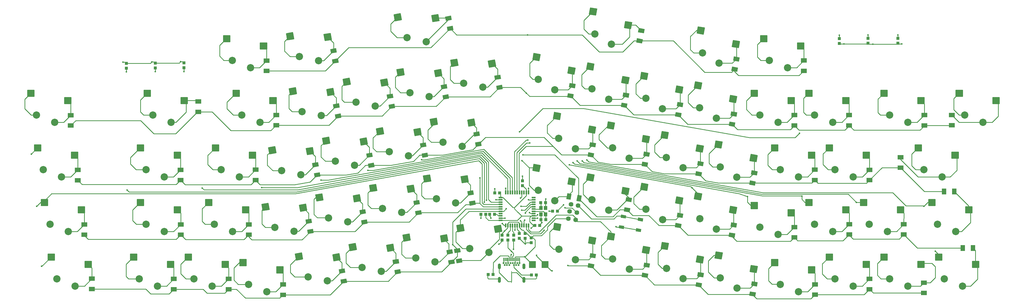
<source format=gbr>
G04 EAGLE Gerber RS-274X export*
G75*
%MOMM*%
%FSLAX34Y34*%
%LPD*%
%INTop Copper*%
%IPPOS*%
%AMOC8*
5,1,8,0,0,1.08239X$1,22.5*%
G01*
%ADD10C,2.540000*%
%ADD11C,0.248919*%
%ADD12R,2.100000X1.500000*%
%ADD13R,1.500000X2.100000*%
%ADD14R,0.508000X1.473200*%
%ADD15R,1.473200X0.508000*%
%ADD16R,0.200000X1.000000*%
%ADD17R,0.300000X1.200000*%
%ADD18C,0.650000*%
%ADD19C,1.000000*%
%ADD20R,1.000000X1.100000*%
%ADD21R,1.100000X1.000000*%
%ADD22R,2.400000X2.400000*%
%ADD23R,1.200000X1.400000*%
%ADD24R,1.800000X1.100000*%
%ADD25C,1.625600*%
%ADD26C,0.279400*%
%ADD27C,0.553200*%


D10*
X-85690Y355520D03*
X-22190Y330120D03*
D11*
X11566Y395118D02*
X34478Y395118D01*
X11566Y395118D02*
X11566Y417522D01*
X34478Y417522D01*
X34478Y395118D01*
X34478Y397483D02*
X11566Y397483D01*
X11566Y399848D02*
X34478Y399848D01*
X34478Y402213D02*
X11566Y402213D01*
X11566Y404578D02*
X34478Y404578D01*
X34478Y406943D02*
X11566Y406943D01*
X11566Y409308D02*
X34478Y409308D01*
X34478Y411673D02*
X11566Y411673D01*
X11566Y414038D02*
X34478Y414038D01*
X34478Y416403D02*
X11566Y416403D01*
X-94046Y420518D02*
X-116958Y420518D01*
X-116958Y442922D01*
X-94046Y442922D01*
X-94046Y420518D01*
X-94046Y422883D02*
X-116958Y422883D01*
X-116958Y425248D02*
X-94046Y425248D01*
X-94046Y427613D02*
X-116958Y427613D01*
X-116958Y429978D02*
X-94046Y429978D01*
X-94046Y432343D02*
X-116958Y432343D01*
X-116958Y434708D02*
X-94046Y434708D01*
X-94046Y437073D02*
X-116958Y437073D01*
X-116958Y439438D02*
X-94046Y439438D01*
X-94046Y441803D02*
X-116958Y441803D01*
D10*
X272440Y355600D03*
X335940Y330200D03*
D11*
X369696Y395198D02*
X392608Y395198D01*
X369696Y395198D02*
X369696Y417602D01*
X392608Y417602D01*
X392608Y395198D01*
X392608Y397563D02*
X369696Y397563D01*
X369696Y399928D02*
X392608Y399928D01*
X392608Y402293D02*
X369696Y402293D01*
X369696Y404658D02*
X392608Y404658D01*
X392608Y407023D02*
X369696Y407023D01*
X369696Y409388D02*
X392608Y409388D01*
X392608Y411753D02*
X369696Y411753D01*
X369696Y414118D02*
X392608Y414118D01*
X392608Y416483D02*
X369696Y416483D01*
X264084Y420598D02*
X241172Y420598D01*
X241172Y443002D01*
X264084Y443002D01*
X264084Y420598D01*
X264084Y422963D02*
X241172Y422963D01*
X241172Y425328D02*
X264084Y425328D01*
X264084Y427693D02*
X241172Y427693D01*
X241172Y430058D02*
X264084Y430058D01*
X264084Y432423D02*
X241172Y432423D01*
X241172Y434788D02*
X264084Y434788D01*
X264084Y437153D02*
X241172Y437153D01*
X241172Y439518D02*
X264084Y439518D01*
X264084Y441883D02*
X241172Y441883D01*
D10*
X534420Y355570D03*
X597920Y330170D03*
D11*
X631676Y395168D02*
X654588Y395168D01*
X631676Y395168D02*
X631676Y417572D01*
X654588Y417572D01*
X654588Y395168D01*
X654588Y397533D02*
X631676Y397533D01*
X631676Y399898D02*
X654588Y399898D01*
X654588Y402263D02*
X631676Y402263D01*
X631676Y404628D02*
X654588Y404628D01*
X654588Y406993D02*
X631676Y406993D01*
X631676Y409358D02*
X654588Y409358D01*
X654588Y411723D02*
X631676Y411723D01*
X631676Y414088D02*
X654588Y414088D01*
X654588Y416453D02*
X631676Y416453D01*
X526064Y420568D02*
X503152Y420568D01*
X503152Y442972D01*
X526064Y442972D01*
X526064Y420568D01*
X526064Y422933D02*
X503152Y422933D01*
X503152Y425298D02*
X526064Y425298D01*
X526064Y427663D02*
X503152Y427663D01*
X503152Y430028D02*
X526064Y430028D01*
X526064Y432393D02*
X503152Y432393D01*
X503152Y434758D02*
X526064Y434758D01*
X526064Y437123D02*
X503152Y437123D01*
X503152Y439488D02*
X526064Y439488D01*
X526064Y441853D02*
X503152Y441853D01*
D10*
X744710Y351780D03*
X811655Y337792D03*
D11*
X833613Y407665D02*
X856176Y411644D01*
X833613Y407665D02*
X829722Y429728D01*
X852285Y433707D01*
X856176Y411644D01*
X847024Y410030D02*
X833196Y410030D01*
X832779Y412395D02*
X856044Y412395D01*
X855626Y414760D02*
X832362Y414760D01*
X831945Y417125D02*
X855209Y417125D01*
X854792Y419490D02*
X831528Y419490D01*
X831110Y421855D02*
X854375Y421855D01*
X853958Y424220D02*
X830693Y424220D01*
X830276Y426585D02*
X853541Y426585D01*
X853124Y428950D02*
X829859Y428950D01*
X838721Y431315D02*
X852707Y431315D01*
X852290Y433680D02*
X852132Y433680D01*
X725194Y414340D02*
X702631Y410361D01*
X698740Y432424D01*
X721303Y436403D01*
X725194Y414340D01*
X716042Y412726D02*
X702214Y412726D01*
X701797Y415091D02*
X725062Y415091D01*
X724644Y417456D02*
X701380Y417456D01*
X700963Y419821D02*
X724227Y419821D01*
X723810Y422186D02*
X700546Y422186D01*
X700128Y424551D02*
X723393Y424551D01*
X722976Y426916D02*
X699711Y426916D01*
X699294Y429281D02*
X722559Y429281D01*
X722142Y431646D02*
X698877Y431646D01*
X707739Y434011D02*
X721725Y434011D01*
X721308Y436376D02*
X721150Y436376D01*
D10*
X1004050Y590900D03*
X1070995Y576912D03*
D11*
X1092953Y646785D02*
X1115516Y650764D01*
X1092953Y646785D02*
X1089062Y668848D01*
X1111625Y672827D01*
X1115516Y650764D01*
X1106364Y649150D02*
X1092536Y649150D01*
X1092119Y651515D02*
X1115384Y651515D01*
X1114966Y653880D02*
X1091702Y653880D01*
X1091285Y656245D02*
X1114549Y656245D01*
X1114132Y658610D02*
X1090868Y658610D01*
X1090450Y660975D02*
X1113715Y660975D01*
X1113298Y663340D02*
X1090033Y663340D01*
X1089616Y665705D02*
X1112881Y665705D01*
X1112464Y668070D02*
X1089199Y668070D01*
X1098061Y670435D02*
X1112047Y670435D01*
X1111630Y672800D02*
X1111472Y672800D01*
X984534Y653460D02*
X961971Y649481D01*
X958080Y671544D01*
X980643Y675523D01*
X984534Y653460D01*
X975382Y651846D02*
X961554Y651846D01*
X961137Y654211D02*
X984402Y654211D01*
X983984Y656576D02*
X960720Y656576D01*
X960303Y658941D02*
X983567Y658941D01*
X983150Y661306D02*
X959886Y661306D01*
X959468Y663671D02*
X982733Y663671D01*
X982316Y666036D02*
X959051Y666036D01*
X958634Y668401D02*
X981899Y668401D01*
X981482Y670766D02*
X958217Y670766D01*
X967079Y673131D02*
X981065Y673131D01*
X980648Y675496D02*
X980490Y675496D01*
D10*
X1191650Y624020D03*
X1258595Y610032D03*
D11*
X1280553Y679905D02*
X1303116Y683884D01*
X1280553Y679905D02*
X1276662Y701968D01*
X1299225Y705947D01*
X1303116Y683884D01*
X1293964Y682270D02*
X1280136Y682270D01*
X1279719Y684635D02*
X1302984Y684635D01*
X1302566Y687000D02*
X1279302Y687000D01*
X1278885Y689365D02*
X1302149Y689365D01*
X1301732Y691730D02*
X1278468Y691730D01*
X1278050Y694095D02*
X1301315Y694095D01*
X1300898Y696460D02*
X1277633Y696460D01*
X1277216Y698825D02*
X1300481Y698825D01*
X1300064Y701190D02*
X1276799Y701190D01*
X1285661Y703555D02*
X1299647Y703555D01*
X1299230Y705920D02*
X1299072Y705920D01*
X1172134Y686580D02*
X1149571Y682601D01*
X1145680Y704664D01*
X1168243Y708643D01*
X1172134Y686580D01*
X1162982Y684966D02*
X1149154Y684966D01*
X1148737Y687331D02*
X1172002Y687331D01*
X1171584Y689696D02*
X1148320Y689696D01*
X1147903Y692061D02*
X1171167Y692061D01*
X1170750Y694426D02*
X1147486Y694426D01*
X1147068Y696791D02*
X1170333Y696791D01*
X1169916Y699156D02*
X1146651Y699156D01*
X1146234Y701521D02*
X1169499Y701521D01*
X1169082Y703886D02*
X1145817Y703886D01*
X1154679Y706251D02*
X1168665Y706251D01*
X1168248Y708616D02*
X1168090Y708616D01*
D10*
X1307550Y450970D03*
X1374495Y436982D03*
D11*
X1396453Y506855D02*
X1419016Y510834D01*
X1396453Y506855D02*
X1392562Y528918D01*
X1415125Y532897D01*
X1419016Y510834D01*
X1409864Y509220D02*
X1396036Y509220D01*
X1395619Y511585D02*
X1418884Y511585D01*
X1418466Y513950D02*
X1395202Y513950D01*
X1394785Y516315D02*
X1418049Y516315D01*
X1417632Y518680D02*
X1394368Y518680D01*
X1393950Y521045D02*
X1417215Y521045D01*
X1416798Y523410D02*
X1393533Y523410D01*
X1393116Y525775D02*
X1416381Y525775D01*
X1415964Y528140D02*
X1392699Y528140D01*
X1401561Y530505D02*
X1415547Y530505D01*
X1415130Y532870D02*
X1414972Y532870D01*
X1288034Y513530D02*
X1265471Y509551D01*
X1261580Y531614D01*
X1284143Y535593D01*
X1288034Y513530D01*
X1278882Y511916D02*
X1265054Y511916D01*
X1264637Y514281D02*
X1287902Y514281D01*
X1287484Y516646D02*
X1264220Y516646D01*
X1263803Y519011D02*
X1287067Y519011D01*
X1286650Y521376D02*
X1263386Y521376D01*
X1262968Y523741D02*
X1286233Y523741D01*
X1285816Y526106D02*
X1262551Y526106D01*
X1262134Y528471D02*
X1285399Y528471D01*
X1284982Y530836D02*
X1261717Y530836D01*
X1270579Y533201D02*
X1284565Y533201D01*
X1284148Y535566D02*
X1283990Y535566D01*
D10*
X1710188Y464252D03*
X1768313Y428211D03*
D11*
X1812843Y486360D02*
X1835406Y482381D01*
X1812843Y486360D02*
X1816734Y508423D01*
X1839297Y504444D01*
X1835406Y482381D01*
X1835823Y484746D02*
X1821995Y484746D01*
X1812975Y487111D02*
X1836240Y487111D01*
X1836657Y489476D02*
X1813393Y489476D01*
X1813810Y491841D02*
X1837074Y491841D01*
X1837491Y494206D02*
X1814227Y494206D01*
X1814644Y496571D02*
X1837909Y496571D01*
X1838326Y498936D02*
X1815061Y498936D01*
X1815478Y501301D02*
X1838743Y501301D01*
X1839160Y503666D02*
X1815895Y503666D01*
X1816312Y506031D02*
X1830298Y506031D01*
X1816887Y508396D02*
X1816729Y508396D01*
X1713245Y529714D02*
X1690682Y533693D01*
X1694573Y555756D01*
X1717136Y551777D01*
X1713245Y529714D01*
X1713662Y532079D02*
X1699834Y532079D01*
X1690814Y534444D02*
X1714079Y534444D01*
X1714496Y536809D02*
X1691232Y536809D01*
X1691649Y539174D02*
X1714913Y539174D01*
X1715330Y541539D02*
X1692066Y541539D01*
X1692483Y543904D02*
X1715748Y543904D01*
X1716165Y546269D02*
X1692900Y546269D01*
X1693317Y548634D02*
X1716582Y548634D01*
X1716999Y550999D02*
X1693734Y550999D01*
X1694151Y553364D02*
X1708137Y553364D01*
X1694726Y555729D02*
X1694568Y555729D01*
D10*
X1897838Y431212D03*
X1955963Y395171D03*
D11*
X2000493Y453320D02*
X2023056Y449341D01*
X2000493Y453320D02*
X2004384Y475383D01*
X2026947Y471404D01*
X2023056Y449341D01*
X2023473Y451706D02*
X2009645Y451706D01*
X2000625Y454071D02*
X2023890Y454071D01*
X2024307Y456436D02*
X2001043Y456436D01*
X2001460Y458801D02*
X2024724Y458801D01*
X2025141Y461166D02*
X2001877Y461166D01*
X2002294Y463531D02*
X2025559Y463531D01*
X2025976Y465896D02*
X2002711Y465896D01*
X2003128Y468261D02*
X2026393Y468261D01*
X2026810Y470626D02*
X2003545Y470626D01*
X2003962Y472991D02*
X2017948Y472991D01*
X2004537Y475356D02*
X2004379Y475356D01*
X1900895Y496674D02*
X1878332Y500653D01*
X1882223Y522716D01*
X1904786Y518737D01*
X1900895Y496674D01*
X1901312Y499039D02*
X1887484Y499039D01*
X1878464Y501404D02*
X1901729Y501404D01*
X1902146Y503769D02*
X1878882Y503769D01*
X1879299Y506134D02*
X1902563Y506134D01*
X1902980Y508499D02*
X1879716Y508499D01*
X1880133Y510864D02*
X1903398Y510864D01*
X1903815Y513229D02*
X1880550Y513229D01*
X1880967Y515594D02*
X1904232Y515594D01*
X1904649Y517959D02*
X1881384Y517959D01*
X1881801Y520324D02*
X1895787Y520324D01*
X1882376Y522689D02*
X1882218Y522689D01*
D10*
X2085448Y398082D03*
X2143573Y362041D03*
D11*
X2188103Y420190D02*
X2210666Y416211D01*
X2188103Y420190D02*
X2191994Y442253D01*
X2214557Y438274D01*
X2210666Y416211D01*
X2211083Y418576D02*
X2197255Y418576D01*
X2188235Y420941D02*
X2211500Y420941D01*
X2211917Y423306D02*
X2188653Y423306D01*
X2189070Y425671D02*
X2212334Y425671D01*
X2212751Y428036D02*
X2189487Y428036D01*
X2189904Y430401D02*
X2213169Y430401D01*
X2213586Y432766D02*
X2190321Y432766D01*
X2190738Y435131D02*
X2214003Y435131D01*
X2214420Y437496D02*
X2191155Y437496D01*
X2191572Y439861D02*
X2205558Y439861D01*
X2192147Y442226D02*
X2191989Y442226D01*
X2088505Y463544D02*
X2065942Y467523D01*
X2069833Y489586D01*
X2092396Y485607D01*
X2088505Y463544D01*
X2088922Y465909D02*
X2075094Y465909D01*
X2066074Y468274D02*
X2089339Y468274D01*
X2089756Y470639D02*
X2066492Y470639D01*
X2066909Y473004D02*
X2090173Y473004D01*
X2090590Y475369D02*
X2067326Y475369D01*
X2067743Y477734D02*
X2091008Y477734D01*
X2091425Y480099D02*
X2068160Y480099D01*
X2068577Y482464D02*
X2091842Y482464D01*
X2092259Y484829D02*
X2068994Y484829D01*
X2069411Y487194D02*
X2083397Y487194D01*
X2069986Y489559D02*
X2069828Y489559D01*
D10*
X2273078Y365012D03*
X2331203Y328971D03*
D11*
X2375733Y387120D02*
X2398296Y383141D01*
X2375733Y387120D02*
X2379624Y409183D01*
X2402187Y405204D01*
X2398296Y383141D01*
X2398713Y385506D02*
X2384885Y385506D01*
X2375865Y387871D02*
X2399130Y387871D01*
X2399547Y390236D02*
X2376283Y390236D01*
X2376700Y392601D02*
X2399964Y392601D01*
X2400381Y394966D02*
X2377117Y394966D01*
X2377534Y397331D02*
X2400799Y397331D01*
X2401216Y399696D02*
X2377951Y399696D01*
X2378368Y402061D02*
X2401633Y402061D01*
X2402050Y404426D02*
X2378785Y404426D01*
X2379202Y406791D02*
X2393188Y406791D01*
X2379777Y409156D02*
X2379619Y409156D01*
X2276135Y430474D02*
X2253572Y434453D01*
X2257463Y456516D01*
X2280026Y452537D01*
X2276135Y430474D01*
X2276552Y432839D02*
X2262724Y432839D01*
X2253704Y435204D02*
X2276969Y435204D01*
X2277386Y437569D02*
X2254122Y437569D01*
X2254539Y439934D02*
X2277803Y439934D01*
X2278220Y442299D02*
X2254956Y442299D01*
X2255373Y444664D02*
X2278638Y444664D01*
X2279055Y447029D02*
X2255790Y447029D01*
X2256207Y449394D02*
X2279472Y449394D01*
X2279889Y451759D02*
X2256624Y451759D01*
X2257041Y454124D02*
X2271027Y454124D01*
X2257616Y456489D02*
X2257458Y456489D01*
D10*
X2482420Y355600D03*
X2545920Y330200D03*
D11*
X2579676Y395198D02*
X2602588Y395198D01*
X2579676Y395198D02*
X2579676Y417602D01*
X2602588Y417602D01*
X2602588Y395198D01*
X2602588Y397563D02*
X2579676Y397563D01*
X2579676Y399928D02*
X2602588Y399928D01*
X2602588Y402293D02*
X2579676Y402293D01*
X2579676Y404658D02*
X2602588Y404658D01*
X2602588Y407023D02*
X2579676Y407023D01*
X2579676Y409388D02*
X2602588Y409388D01*
X2602588Y411753D02*
X2579676Y411753D01*
X2579676Y414118D02*
X2602588Y414118D01*
X2602588Y416483D02*
X2579676Y416483D01*
X2474064Y420598D02*
X2451152Y420598D01*
X2451152Y443002D01*
X2474064Y443002D01*
X2474064Y420598D01*
X2474064Y422963D02*
X2451152Y422963D01*
X2451152Y425328D02*
X2474064Y425328D01*
X2474064Y427693D02*
X2451152Y427693D01*
X2451152Y430058D02*
X2474064Y430058D01*
X2474064Y432423D02*
X2451152Y432423D01*
X2451152Y434788D02*
X2474064Y434788D01*
X2474064Y437153D02*
X2451152Y437153D01*
X2451152Y439518D02*
X2474064Y439518D01*
X2474064Y441883D02*
X2451152Y441883D01*
D10*
X2672940Y355630D03*
X2736440Y330230D03*
D11*
X2770196Y395228D02*
X2793108Y395228D01*
X2770196Y395228D02*
X2770196Y417632D01*
X2793108Y417632D01*
X2793108Y395228D01*
X2793108Y397593D02*
X2770196Y397593D01*
X2770196Y399958D02*
X2793108Y399958D01*
X2793108Y402323D02*
X2770196Y402323D01*
X2770196Y404688D02*
X2793108Y404688D01*
X2793108Y407053D02*
X2770196Y407053D01*
X2770196Y409418D02*
X2793108Y409418D01*
X2793108Y411783D02*
X2770196Y411783D01*
X2770196Y414148D02*
X2793108Y414148D01*
X2793108Y416513D02*
X2770196Y416513D01*
X2664584Y420628D02*
X2641672Y420628D01*
X2641672Y443032D01*
X2664584Y443032D01*
X2664584Y420628D01*
X2664584Y422993D02*
X2641672Y422993D01*
X2641672Y425358D02*
X2664584Y425358D01*
X2664584Y427723D02*
X2641672Y427723D01*
X2641672Y430088D02*
X2664584Y430088D01*
X2664584Y432453D02*
X2641672Y432453D01*
X2641672Y434818D02*
X2664584Y434818D01*
X2664584Y437183D02*
X2641672Y437183D01*
X2641672Y439548D02*
X2664584Y439548D01*
X2664584Y441913D02*
X2641672Y441913D01*
D10*
X2982440Y355570D03*
X3045940Y330170D03*
D11*
X3079696Y395168D02*
X3102608Y395168D01*
X3079696Y395168D02*
X3079696Y417572D01*
X3102608Y417572D01*
X3102608Y395168D01*
X3102608Y397533D02*
X3079696Y397533D01*
X3079696Y399898D02*
X3102608Y399898D01*
X3102608Y402263D02*
X3079696Y402263D01*
X3079696Y404628D02*
X3102608Y404628D01*
X3102608Y406993D02*
X3079696Y406993D01*
X3079696Y409358D02*
X3102608Y409358D01*
X3102608Y411723D02*
X3079696Y411723D01*
X3079696Y414088D02*
X3102608Y414088D01*
X3102608Y416453D02*
X3079696Y416453D01*
X2974084Y420568D02*
X2951172Y420568D01*
X2951172Y442972D01*
X2974084Y442972D01*
X2974084Y420568D01*
X2974084Y422933D02*
X2951172Y422933D01*
X2951172Y425298D02*
X2974084Y425298D01*
X2974084Y427663D02*
X2951172Y427663D01*
X2951172Y430028D02*
X2974084Y430028D01*
X2974084Y432393D02*
X2951172Y432393D01*
X2951172Y434758D02*
X2974084Y434758D01*
X2974084Y437123D02*
X2951172Y437123D01*
X2951172Y439488D02*
X2974084Y439488D01*
X2974084Y441853D02*
X2951172Y441853D01*
D10*
X3030090Y165070D03*
X3093590Y139670D03*
D11*
X3127346Y204668D02*
X3150258Y204668D01*
X3127346Y204668D02*
X3127346Y227072D01*
X3150258Y227072D01*
X3150258Y204668D01*
X3150258Y207033D02*
X3127346Y207033D01*
X3127346Y209398D02*
X3150258Y209398D01*
X3150258Y211763D02*
X3127346Y211763D01*
X3127346Y214128D02*
X3150258Y214128D01*
X3150258Y216493D02*
X3127346Y216493D01*
X3127346Y218858D02*
X3150258Y218858D01*
X3150258Y221223D02*
X3127346Y221223D01*
X3127346Y223588D02*
X3150258Y223588D01*
X3150258Y225953D02*
X3127346Y225953D01*
X3021734Y230068D02*
X2998822Y230068D01*
X2998822Y252472D01*
X3021734Y252472D01*
X3021734Y230068D01*
X3021734Y232433D02*
X2998822Y232433D01*
X2998822Y234798D02*
X3021734Y234798D01*
X3021734Y237163D02*
X2998822Y237163D01*
X2998822Y239528D02*
X3021734Y239528D01*
X3021734Y241893D02*
X2998822Y241893D01*
X2998822Y244258D02*
X3021734Y244258D01*
X3021734Y246623D02*
X2998822Y246623D01*
X2998822Y248988D02*
X3021734Y248988D01*
X3021734Y251353D02*
X2998822Y251353D01*
D10*
X-109520Y546070D03*
X-46020Y520670D03*
D11*
X-12264Y585668D02*
X10648Y585668D01*
X-12264Y585668D02*
X-12264Y608072D01*
X10648Y608072D01*
X10648Y585668D01*
X10648Y588033D02*
X-12264Y588033D01*
X-12264Y590398D02*
X10648Y590398D01*
X10648Y592763D02*
X-12264Y592763D01*
X-12264Y595128D02*
X10648Y595128D01*
X10648Y597493D02*
X-12264Y597493D01*
X-12264Y599858D02*
X10648Y599858D01*
X10648Y602223D02*
X-12264Y602223D01*
X-12264Y604588D02*
X10648Y604588D01*
X10648Y606953D02*
X-12264Y606953D01*
X-117876Y611068D02*
X-140788Y611068D01*
X-140788Y633472D01*
X-117876Y633472D01*
X-117876Y611068D01*
X-117876Y613433D02*
X-140788Y613433D01*
X-140788Y615798D02*
X-117876Y615798D01*
X-117876Y618163D02*
X-140788Y618163D01*
X-140788Y620528D02*
X-117876Y620528D01*
X-117876Y622893D02*
X-140788Y622893D01*
X-140788Y625258D02*
X-117876Y625258D01*
X-117876Y627623D02*
X-140788Y627623D01*
X-140788Y629988D02*
X-117876Y629988D01*
X-117876Y632353D02*
X-140788Y632353D01*
D10*
X296320Y546070D03*
X359820Y520670D03*
D11*
X393576Y585668D02*
X416488Y585668D01*
X393576Y585668D02*
X393576Y608072D01*
X416488Y608072D01*
X416488Y585668D01*
X416488Y588033D02*
X393576Y588033D01*
X393576Y590398D02*
X416488Y590398D01*
X416488Y592763D02*
X393576Y592763D01*
X393576Y595128D02*
X416488Y595128D01*
X416488Y597493D02*
X393576Y597493D01*
X393576Y599858D02*
X416488Y599858D01*
X416488Y602223D02*
X393576Y602223D01*
X393576Y604588D02*
X416488Y604588D01*
X416488Y606953D02*
X393576Y606953D01*
X287964Y611068D02*
X265052Y611068D01*
X265052Y633472D01*
X287964Y633472D01*
X287964Y611068D01*
X287964Y613433D02*
X265052Y613433D01*
X265052Y615798D02*
X287964Y615798D01*
X287964Y618163D02*
X265052Y618163D01*
X265052Y620528D02*
X287964Y620528D01*
X287964Y622893D02*
X265052Y622893D01*
X265052Y625258D02*
X287964Y625258D01*
X287964Y627623D02*
X265052Y627623D01*
X265052Y629988D02*
X287964Y629988D01*
X287964Y632353D02*
X265052Y632353D01*
D10*
X605840Y546050D03*
X669340Y520650D03*
D11*
X703096Y585648D02*
X726008Y585648D01*
X703096Y585648D02*
X703096Y608052D01*
X726008Y608052D01*
X726008Y585648D01*
X726008Y588013D02*
X703096Y588013D01*
X703096Y590378D02*
X726008Y590378D01*
X726008Y592743D02*
X703096Y592743D01*
X703096Y595108D02*
X726008Y595108D01*
X726008Y597473D02*
X703096Y597473D01*
X703096Y599838D02*
X726008Y599838D01*
X726008Y602203D02*
X703096Y602203D01*
X703096Y604568D02*
X726008Y604568D01*
X726008Y606933D02*
X703096Y606933D01*
X597484Y611048D02*
X574572Y611048D01*
X574572Y633452D01*
X597484Y633452D01*
X597484Y611048D01*
X597484Y613413D02*
X574572Y613413D01*
X574572Y615778D02*
X597484Y615778D01*
X597484Y618143D02*
X574572Y618143D01*
X574572Y620508D02*
X597484Y620508D01*
X597484Y622873D02*
X574572Y622873D01*
X574572Y625238D02*
X597484Y625238D01*
X597484Y627603D02*
X574572Y627603D01*
X574572Y629968D02*
X597484Y629968D01*
X597484Y632333D02*
X574572Y632333D01*
D10*
X816440Y557800D03*
X883385Y543812D03*
D11*
X905343Y613685D02*
X927906Y617664D01*
X905343Y613685D02*
X901452Y635748D01*
X924015Y639727D01*
X927906Y617664D01*
X918754Y616050D02*
X904926Y616050D01*
X904509Y618415D02*
X927774Y618415D01*
X927356Y620780D02*
X904092Y620780D01*
X903675Y623145D02*
X926939Y623145D01*
X926522Y625510D02*
X903258Y625510D01*
X902840Y627875D02*
X926105Y627875D01*
X925688Y630240D02*
X902423Y630240D01*
X902006Y632605D02*
X925271Y632605D01*
X924854Y634970D02*
X901589Y634970D01*
X910451Y637335D02*
X924437Y637335D01*
X924020Y639700D02*
X923862Y639700D01*
X796924Y620360D02*
X774361Y616381D01*
X770470Y638444D01*
X793033Y642423D01*
X796924Y620360D01*
X787772Y618746D02*
X773944Y618746D01*
X773527Y621111D02*
X796792Y621111D01*
X796374Y623476D02*
X773110Y623476D01*
X772693Y625841D02*
X795957Y625841D01*
X795540Y628206D02*
X772276Y628206D01*
X771858Y630571D02*
X795123Y630571D01*
X794706Y632936D02*
X771441Y632936D01*
X771024Y635301D02*
X794289Y635301D01*
X793872Y637666D02*
X770607Y637666D01*
X779469Y640031D02*
X793455Y640031D01*
X793038Y642396D02*
X792880Y642396D01*
D10*
X2211178Y762802D03*
X2269303Y726761D03*
D11*
X2313833Y784910D02*
X2336396Y780931D01*
X2313833Y784910D02*
X2317724Y806973D01*
X2340287Y802994D01*
X2336396Y780931D01*
X2336813Y783296D02*
X2322985Y783296D01*
X2313965Y785661D02*
X2337230Y785661D01*
X2337647Y788026D02*
X2314383Y788026D01*
X2314800Y790391D02*
X2338064Y790391D01*
X2338481Y792756D02*
X2315217Y792756D01*
X2315634Y795121D02*
X2338899Y795121D01*
X2339316Y797486D02*
X2316051Y797486D01*
X2316468Y799851D02*
X2339733Y799851D01*
X2340150Y802216D02*
X2316885Y802216D01*
X2317302Y804581D02*
X2331288Y804581D01*
X2317877Y806946D02*
X2317719Y806946D01*
X2214235Y828264D02*
X2191672Y832243D01*
X2195563Y854306D01*
X2218126Y850327D01*
X2214235Y828264D01*
X2214652Y830629D02*
X2200824Y830629D01*
X2191804Y832994D02*
X2215069Y832994D01*
X2215486Y835359D02*
X2192222Y835359D01*
X2192639Y837724D02*
X2215903Y837724D01*
X2216320Y840089D02*
X2193056Y840089D01*
X2193473Y842454D02*
X2216738Y842454D01*
X2217155Y844819D02*
X2193890Y844819D01*
X2194307Y847184D02*
X2217572Y847184D01*
X2217989Y849549D02*
X2194724Y849549D01*
X2195141Y851914D02*
X2209127Y851914D01*
X2195716Y854279D02*
X2195558Y854279D01*
D10*
X2444040Y736600D03*
X2507540Y711200D03*
D11*
X2541296Y776198D02*
X2564208Y776198D01*
X2541296Y776198D02*
X2541296Y798602D01*
X2564208Y798602D01*
X2564208Y776198D01*
X2564208Y778563D02*
X2541296Y778563D01*
X2541296Y780928D02*
X2564208Y780928D01*
X2564208Y783293D02*
X2541296Y783293D01*
X2541296Y785658D02*
X2564208Y785658D01*
X2564208Y788023D02*
X2541296Y788023D01*
X2541296Y790388D02*
X2564208Y790388D01*
X2564208Y792753D02*
X2541296Y792753D01*
X2541296Y795118D02*
X2564208Y795118D01*
X2564208Y797483D02*
X2541296Y797483D01*
X2435684Y801598D02*
X2412772Y801598D01*
X2412772Y824002D01*
X2435684Y824002D01*
X2435684Y801598D01*
X2435684Y803963D02*
X2412772Y803963D01*
X2412772Y806328D02*
X2435684Y806328D01*
X2435684Y808693D02*
X2412772Y808693D01*
X2412772Y811058D02*
X2435684Y811058D01*
X2435684Y813423D02*
X2412772Y813423D01*
X2412772Y815788D02*
X2435684Y815788D01*
X2435684Y818153D02*
X2412772Y818153D01*
X2412772Y820518D02*
X2435684Y820518D01*
X2435684Y822883D02*
X2412772Y822883D01*
D10*
X1379230Y657070D03*
X1446175Y643082D03*
D11*
X1468133Y712955D02*
X1490696Y716934D01*
X1468133Y712955D02*
X1464242Y735018D01*
X1486805Y738997D01*
X1490696Y716934D01*
X1481544Y715320D02*
X1467716Y715320D01*
X1467299Y717685D02*
X1490564Y717685D01*
X1490146Y720050D02*
X1466882Y720050D01*
X1466465Y722415D02*
X1489729Y722415D01*
X1489312Y724780D02*
X1466048Y724780D01*
X1465630Y727145D02*
X1488895Y727145D01*
X1488478Y729510D02*
X1465213Y729510D01*
X1464796Y731875D02*
X1488061Y731875D01*
X1487644Y734240D02*
X1464379Y734240D01*
X1473241Y736605D02*
X1487227Y736605D01*
X1486810Y738970D02*
X1486652Y738970D01*
X1359714Y719630D02*
X1337151Y715651D01*
X1333260Y737714D01*
X1355823Y741693D01*
X1359714Y719630D01*
X1350562Y718016D02*
X1336734Y718016D01*
X1336317Y720381D02*
X1359582Y720381D01*
X1359164Y722746D02*
X1335900Y722746D01*
X1335483Y725111D02*
X1358747Y725111D01*
X1358330Y727476D02*
X1335066Y727476D01*
X1334648Y729841D02*
X1357913Y729841D01*
X1357496Y732206D02*
X1334231Y732206D01*
X1333814Y734571D02*
X1357079Y734571D01*
X1356662Y736936D02*
X1333397Y736936D01*
X1342259Y739301D02*
X1356245Y739301D01*
X1355828Y741666D02*
X1355670Y741666D01*
D10*
X1638758Y670352D03*
X1696883Y634311D03*
D11*
X1741413Y692460D02*
X1763976Y688481D01*
X1741413Y692460D02*
X1745304Y714523D01*
X1767867Y710544D01*
X1763976Y688481D01*
X1764393Y690846D02*
X1750565Y690846D01*
X1741545Y693211D02*
X1764810Y693211D01*
X1765227Y695576D02*
X1741963Y695576D01*
X1742380Y697941D02*
X1765644Y697941D01*
X1766061Y700306D02*
X1742797Y700306D01*
X1743214Y702671D02*
X1766479Y702671D01*
X1766896Y705036D02*
X1743631Y705036D01*
X1744048Y707401D02*
X1767313Y707401D01*
X1767730Y709766D02*
X1744465Y709766D01*
X1744882Y712131D02*
X1758868Y712131D01*
X1745457Y714496D02*
X1745299Y714496D01*
X1641815Y735814D02*
X1619252Y739793D01*
X1623143Y761856D01*
X1645706Y757877D01*
X1641815Y735814D01*
X1642232Y738179D02*
X1628404Y738179D01*
X1619384Y740544D02*
X1642649Y740544D01*
X1643066Y742909D02*
X1619802Y742909D01*
X1620219Y745274D02*
X1643483Y745274D01*
X1643900Y747639D02*
X1620636Y747639D01*
X1621053Y750004D02*
X1644318Y750004D01*
X1644735Y752369D02*
X1621470Y752369D01*
X1621887Y754734D02*
X1645152Y754734D01*
X1645569Y757099D02*
X1622304Y757099D01*
X1622721Y759464D02*
X1636707Y759464D01*
X1623296Y761829D02*
X1623138Y761829D01*
D10*
X1826418Y637252D03*
X1884543Y601211D03*
D11*
X1929073Y659360D02*
X1951636Y655381D01*
X1929073Y659360D02*
X1932964Y681423D01*
X1955527Y677444D01*
X1951636Y655381D01*
X1952053Y657746D02*
X1938225Y657746D01*
X1929205Y660111D02*
X1952470Y660111D01*
X1952887Y662476D02*
X1929623Y662476D01*
X1930040Y664841D02*
X1953304Y664841D01*
X1953721Y667206D02*
X1930457Y667206D01*
X1930874Y669571D02*
X1954139Y669571D01*
X1954556Y671936D02*
X1931291Y671936D01*
X1931708Y674301D02*
X1954973Y674301D01*
X1955390Y676666D02*
X1932125Y676666D01*
X1932542Y679031D02*
X1946528Y679031D01*
X1933117Y681396D02*
X1932959Y681396D01*
X1829475Y702714D02*
X1806912Y706693D01*
X1810803Y728756D01*
X1833366Y724777D01*
X1829475Y702714D01*
X1829892Y705079D02*
X1816064Y705079D01*
X1807044Y707444D02*
X1830309Y707444D01*
X1830726Y709809D02*
X1807462Y709809D01*
X1807879Y712174D02*
X1831143Y712174D01*
X1831560Y714539D02*
X1808296Y714539D01*
X1808713Y716904D02*
X1831978Y716904D01*
X1832395Y719269D02*
X1809130Y719269D01*
X1809547Y721634D02*
X1832812Y721634D01*
X1833229Y723999D02*
X1809964Y723999D01*
X1810381Y726364D02*
X1824367Y726364D01*
X1810956Y728729D02*
X1810798Y728729D01*
D10*
X2013948Y604132D03*
X2072073Y568091D03*
D11*
X2116603Y626240D02*
X2139166Y622261D01*
X2116603Y626240D02*
X2120494Y648303D01*
X2143057Y644324D01*
X2139166Y622261D01*
X2139583Y624626D02*
X2125755Y624626D01*
X2116735Y626991D02*
X2140000Y626991D01*
X2140417Y629356D02*
X2117153Y629356D01*
X2117570Y631721D02*
X2140834Y631721D01*
X2141251Y634086D02*
X2117987Y634086D01*
X2118404Y636451D02*
X2141669Y636451D01*
X2142086Y638816D02*
X2118821Y638816D01*
X2119238Y641181D02*
X2142503Y641181D01*
X2142920Y643546D02*
X2119655Y643546D01*
X2120072Y645911D02*
X2134058Y645911D01*
X2120647Y648276D02*
X2120489Y648276D01*
X2017005Y669594D02*
X1994442Y673573D01*
X1998333Y695636D01*
X2020896Y691657D01*
X2017005Y669594D01*
X2017422Y671959D02*
X2003594Y671959D01*
X1994574Y674324D02*
X2017839Y674324D01*
X2018256Y676689D02*
X1994992Y676689D01*
X1995409Y679054D02*
X2018673Y679054D01*
X2019090Y681419D02*
X1995826Y681419D01*
X1996243Y683784D02*
X2019508Y683784D01*
X2019925Y686149D02*
X1996660Y686149D01*
X1997077Y688514D02*
X2020342Y688514D01*
X2020759Y690879D02*
X1997494Y690879D01*
X1997911Y693244D02*
X2011897Y693244D01*
X1998486Y695609D02*
X1998328Y695609D01*
D10*
X2201578Y571082D03*
X2259703Y535041D03*
D11*
X2304233Y593190D02*
X2326796Y589211D01*
X2304233Y593190D02*
X2308124Y615253D01*
X2330687Y611274D01*
X2326796Y589211D01*
X2327213Y591576D02*
X2313385Y591576D01*
X2304365Y593941D02*
X2327630Y593941D01*
X2328047Y596306D02*
X2304783Y596306D01*
X2305200Y598671D02*
X2328464Y598671D01*
X2328881Y601036D02*
X2305617Y601036D01*
X2306034Y603401D02*
X2329299Y603401D01*
X2329716Y605766D02*
X2306451Y605766D01*
X2306868Y608131D02*
X2330133Y608131D01*
X2330550Y610496D02*
X2307285Y610496D01*
X2307702Y612861D02*
X2321688Y612861D01*
X2308277Y615226D02*
X2308119Y615226D01*
X2204635Y636544D02*
X2182072Y640523D01*
X2185963Y662586D01*
X2208526Y658607D01*
X2204635Y636544D01*
X2205052Y638909D02*
X2191224Y638909D01*
X2182204Y641274D02*
X2205469Y641274D01*
X2205886Y643639D02*
X2182622Y643639D01*
X2183039Y646004D02*
X2206303Y646004D01*
X2206720Y648369D02*
X2183456Y648369D01*
X2183873Y650734D02*
X2207138Y650734D01*
X2207555Y653099D02*
X2184290Y653099D01*
X2184707Y655464D02*
X2207972Y655464D01*
X2208389Y657829D02*
X2185124Y657829D01*
X2185541Y660194D02*
X2199527Y660194D01*
X2186116Y662559D02*
X2185958Y662559D01*
D10*
X2410970Y546100D03*
X2474470Y520700D03*
D11*
X2508226Y585698D02*
X2531138Y585698D01*
X2508226Y585698D02*
X2508226Y608102D01*
X2531138Y608102D01*
X2531138Y585698D01*
X2531138Y588063D02*
X2508226Y588063D01*
X2508226Y590428D02*
X2531138Y590428D01*
X2531138Y592793D02*
X2508226Y592793D01*
X2508226Y595158D02*
X2531138Y595158D01*
X2531138Y597523D02*
X2508226Y597523D01*
X2508226Y599888D02*
X2531138Y599888D01*
X2531138Y602253D02*
X2508226Y602253D01*
X2508226Y604618D02*
X2531138Y604618D01*
X2531138Y606983D02*
X2508226Y606983D01*
X2402614Y611098D02*
X2379702Y611098D01*
X2379702Y633502D01*
X2402614Y633502D01*
X2402614Y611098D01*
X2402614Y613463D02*
X2379702Y613463D01*
X2379702Y615828D02*
X2402614Y615828D01*
X2402614Y618193D02*
X2379702Y618193D01*
X2379702Y620558D02*
X2402614Y620558D01*
X2402614Y622923D02*
X2379702Y622923D01*
X2379702Y625288D02*
X2402614Y625288D01*
X2402614Y627653D02*
X2379702Y627653D01*
X2379702Y630018D02*
X2402614Y630018D01*
X2402614Y632383D02*
X2379702Y632383D01*
D10*
X2601490Y546050D03*
X2664990Y520650D03*
D11*
X2698746Y585648D02*
X2721658Y585648D01*
X2698746Y585648D02*
X2698746Y608052D01*
X2721658Y608052D01*
X2721658Y585648D01*
X2721658Y588013D02*
X2698746Y588013D01*
X2698746Y590378D02*
X2721658Y590378D01*
X2721658Y592743D02*
X2698746Y592743D01*
X2698746Y595108D02*
X2721658Y595108D01*
X2721658Y597473D02*
X2698746Y597473D01*
X2698746Y599838D02*
X2721658Y599838D01*
X2721658Y602203D02*
X2698746Y602203D01*
X2698746Y604568D02*
X2721658Y604568D01*
X2721658Y606933D02*
X2698746Y606933D01*
X2593134Y611048D02*
X2570222Y611048D01*
X2570222Y633452D01*
X2593134Y633452D01*
X2593134Y611048D01*
X2593134Y613413D02*
X2570222Y613413D01*
X2570222Y615778D02*
X2593134Y615778D01*
X2593134Y618143D02*
X2570222Y618143D01*
X2570222Y620508D02*
X2593134Y620508D01*
X2593134Y622873D02*
X2570222Y622873D01*
X2570222Y625238D02*
X2593134Y625238D01*
X2593134Y627603D02*
X2570222Y627603D01*
X2570222Y629968D02*
X2593134Y629968D01*
X2593134Y632333D02*
X2570222Y632333D01*
D10*
X2863420Y546100D03*
X2926920Y520700D03*
D11*
X2960676Y585698D02*
X2983588Y585698D01*
X2960676Y585698D02*
X2960676Y608102D01*
X2983588Y608102D01*
X2983588Y585698D01*
X2983588Y588063D02*
X2960676Y588063D01*
X2960676Y590428D02*
X2983588Y590428D01*
X2983588Y592793D02*
X2960676Y592793D01*
X2960676Y595158D02*
X2983588Y595158D01*
X2983588Y597523D02*
X2960676Y597523D01*
X2960676Y599888D02*
X2983588Y599888D01*
X2983588Y602253D02*
X2960676Y602253D01*
X2960676Y604618D02*
X2983588Y604618D01*
X2983588Y606983D02*
X2960676Y606983D01*
X2855064Y611098D02*
X2832152Y611098D01*
X2832152Y633502D01*
X2855064Y633502D01*
X2855064Y611098D01*
X2855064Y613463D02*
X2832152Y613463D01*
X2832152Y615828D02*
X2855064Y615828D01*
X2855064Y618193D02*
X2832152Y618193D01*
X2832152Y620558D02*
X2855064Y620558D01*
X2855064Y622923D02*
X2832152Y622923D01*
X2832152Y625288D02*
X2855064Y625288D01*
X2855064Y627653D02*
X2832152Y627653D01*
X2832152Y630018D02*
X2855064Y630018D01*
X2855064Y632383D02*
X2832152Y632383D01*
D10*
X3125340Y546070D03*
X3188840Y520670D03*
D11*
X3222596Y585668D02*
X3245508Y585668D01*
X3222596Y585668D02*
X3222596Y608072D01*
X3245508Y608072D01*
X3245508Y585668D01*
X3245508Y588033D02*
X3222596Y588033D01*
X3222596Y590398D02*
X3245508Y590398D01*
X3245508Y592763D02*
X3222596Y592763D01*
X3222596Y595128D02*
X3245508Y595128D01*
X3245508Y597493D02*
X3222596Y597493D01*
X3222596Y599858D02*
X3245508Y599858D01*
X3245508Y602223D02*
X3222596Y602223D01*
X3222596Y604588D02*
X3245508Y604588D01*
X3245508Y606953D02*
X3222596Y606953D01*
X3116984Y611068D02*
X3094072Y611068D01*
X3094072Y633472D01*
X3116984Y633472D01*
X3116984Y611068D01*
X3116984Y613433D02*
X3094072Y613433D01*
X3094072Y615798D02*
X3116984Y615798D01*
X3116984Y618163D02*
X3094072Y618163D01*
X3094072Y620528D02*
X3116984Y620528D01*
X3116984Y622893D02*
X3094072Y622893D01*
X3094072Y625258D02*
X3116984Y625258D01*
X3116984Y627623D02*
X3094072Y627623D01*
X3094072Y629988D02*
X3116984Y629988D01*
X3116984Y632353D02*
X3094072Y632353D01*
D10*
X572800Y736570D03*
X636300Y711170D03*
D11*
X670056Y776168D02*
X692968Y776168D01*
X670056Y776168D02*
X670056Y798572D01*
X692968Y798572D01*
X692968Y776168D01*
X692968Y778533D02*
X670056Y778533D01*
X670056Y780898D02*
X692968Y780898D01*
X692968Y783263D02*
X670056Y783263D01*
X670056Y785628D02*
X692968Y785628D01*
X692968Y787993D02*
X670056Y787993D01*
X670056Y790358D02*
X692968Y790358D01*
X692968Y792723D02*
X670056Y792723D01*
X670056Y795088D02*
X692968Y795088D01*
X692968Y797453D02*
X670056Y797453D01*
X564444Y801568D02*
X541532Y801568D01*
X541532Y823972D01*
X564444Y823972D01*
X564444Y801568D01*
X564444Y803933D02*
X541532Y803933D01*
X541532Y806298D02*
X564444Y806298D01*
X564444Y808663D02*
X541532Y808663D01*
X541532Y811028D02*
X564444Y811028D01*
X564444Y813393D02*
X541532Y813393D01*
X541532Y815758D02*
X564444Y815758D01*
X564444Y818123D02*
X541532Y818123D01*
X541532Y820488D02*
X564444Y820488D01*
X564444Y822853D02*
X541532Y822853D01*
D10*
X806840Y749600D03*
X873785Y735612D03*
D11*
X895743Y805485D02*
X918306Y809464D01*
X895743Y805485D02*
X891852Y827548D01*
X914415Y831527D01*
X918306Y809464D01*
X909154Y807850D02*
X895326Y807850D01*
X894909Y810215D02*
X918174Y810215D01*
X917756Y812580D02*
X894492Y812580D01*
X894075Y814945D02*
X917339Y814945D01*
X916922Y817310D02*
X893658Y817310D01*
X893240Y819675D02*
X916505Y819675D01*
X916088Y822040D02*
X892823Y822040D01*
X892406Y824405D02*
X915671Y824405D01*
X915254Y826770D02*
X891989Y826770D01*
X900851Y829135D02*
X914837Y829135D01*
X914420Y831500D02*
X914262Y831500D01*
X787324Y812160D02*
X764761Y808181D01*
X760870Y830244D01*
X783433Y834223D01*
X787324Y812160D01*
X778172Y810546D02*
X764344Y810546D01*
X763927Y812911D02*
X787192Y812911D01*
X786774Y815276D02*
X763510Y815276D01*
X763093Y817641D02*
X786357Y817641D01*
X785940Y820006D02*
X762676Y820006D01*
X762258Y822371D02*
X785523Y822371D01*
X785106Y824736D02*
X761841Y824736D01*
X761424Y827101D02*
X784689Y827101D01*
X784272Y829466D02*
X761007Y829466D01*
X769869Y831831D02*
X783855Y831831D01*
X783438Y834196D02*
X783280Y834196D01*
D10*
X1182000Y815740D03*
X1248945Y801752D03*
D11*
X1270903Y871625D02*
X1293466Y875604D01*
X1270903Y871625D02*
X1267012Y893688D01*
X1289575Y897667D01*
X1293466Y875604D01*
X1284314Y873990D02*
X1270486Y873990D01*
X1270069Y876355D02*
X1293334Y876355D01*
X1292916Y878720D02*
X1269652Y878720D01*
X1269235Y881085D02*
X1292499Y881085D01*
X1292082Y883450D02*
X1268818Y883450D01*
X1268400Y885815D02*
X1291665Y885815D01*
X1291248Y888180D02*
X1267983Y888180D01*
X1267566Y890545D02*
X1290831Y890545D01*
X1290414Y892910D02*
X1267149Y892910D01*
X1276011Y895275D02*
X1289997Y895275D01*
X1289580Y897640D02*
X1289422Y897640D01*
X1162484Y878300D02*
X1139921Y874321D01*
X1136030Y896384D01*
X1158593Y900363D01*
X1162484Y878300D01*
X1153332Y876686D02*
X1139504Y876686D01*
X1139087Y879051D02*
X1162352Y879051D01*
X1161934Y881416D02*
X1138670Y881416D01*
X1138253Y883781D02*
X1161517Y883781D01*
X1161100Y886146D02*
X1137836Y886146D01*
X1137418Y888511D02*
X1160683Y888511D01*
X1160266Y890876D02*
X1137001Y890876D01*
X1136584Y893241D02*
X1159849Y893241D01*
X1159432Y895606D02*
X1136167Y895606D01*
X1145029Y897971D02*
X1159015Y897971D01*
X1158598Y900336D02*
X1158440Y900336D01*
D10*
X1835988Y828972D03*
X1894113Y792931D03*
D11*
X1938643Y851080D02*
X1961206Y847101D01*
X1938643Y851080D02*
X1942534Y873143D01*
X1965097Y869164D01*
X1961206Y847101D01*
X1961623Y849466D02*
X1947795Y849466D01*
X1938775Y851831D02*
X1962040Y851831D01*
X1962457Y854196D02*
X1939193Y854196D01*
X1939610Y856561D02*
X1962874Y856561D01*
X1963291Y858926D02*
X1940027Y858926D01*
X1940444Y861291D02*
X1963709Y861291D01*
X1964126Y863656D02*
X1940861Y863656D01*
X1941278Y866021D02*
X1964543Y866021D01*
X1964960Y868386D02*
X1941695Y868386D01*
X1942112Y870751D02*
X1956098Y870751D01*
X1942687Y873116D02*
X1942529Y873116D01*
X1839045Y894434D02*
X1816482Y898413D01*
X1820373Y920476D01*
X1842936Y916497D01*
X1839045Y894434D01*
X1839462Y896799D02*
X1825634Y896799D01*
X1816614Y899164D02*
X1839879Y899164D01*
X1840296Y901529D02*
X1817032Y901529D01*
X1817449Y903894D02*
X1840713Y903894D01*
X1841130Y906259D02*
X1817866Y906259D01*
X1818283Y908624D02*
X1841548Y908624D01*
X1841965Y910989D02*
X1818700Y910989D01*
X1819117Y913354D02*
X1842382Y913354D01*
X1842799Y915719D02*
X1819534Y915719D01*
X1819951Y918084D02*
X1833937Y918084D01*
X1820526Y920449D02*
X1820368Y920449D01*
D10*
X932340Y384880D03*
X999285Y370892D03*
D11*
X1021243Y440765D02*
X1043806Y444744D01*
X1021243Y440765D02*
X1017352Y462828D01*
X1039915Y466807D01*
X1043806Y444744D01*
X1034654Y443130D02*
X1020826Y443130D01*
X1020409Y445495D02*
X1043674Y445495D01*
X1043256Y447860D02*
X1019992Y447860D01*
X1019575Y450225D02*
X1042839Y450225D01*
X1042422Y452590D02*
X1019158Y452590D01*
X1018740Y454955D02*
X1042005Y454955D01*
X1041588Y457320D02*
X1018323Y457320D01*
X1017906Y459685D02*
X1041171Y459685D01*
X1040754Y462050D02*
X1017489Y462050D01*
X1026351Y464415D02*
X1040337Y464415D01*
X1039920Y466780D02*
X1039762Y466780D01*
X912824Y447440D02*
X890261Y443461D01*
X886370Y465524D01*
X908933Y469503D01*
X912824Y447440D01*
X903672Y445826D02*
X889844Y445826D01*
X889427Y448191D02*
X912692Y448191D01*
X912274Y450556D02*
X889010Y450556D01*
X888593Y452921D02*
X911857Y452921D01*
X911440Y455286D02*
X888176Y455286D01*
X887758Y457651D02*
X911023Y457651D01*
X910606Y460016D02*
X887341Y460016D01*
X886924Y462381D02*
X910189Y462381D01*
X909772Y464746D02*
X886507Y464746D01*
X895369Y467111D02*
X909355Y467111D01*
X908938Y469476D02*
X908780Y469476D01*
D10*
X1119970Y417920D03*
X1186915Y403932D03*
D11*
X1208873Y473805D02*
X1231436Y477784D01*
X1208873Y473805D02*
X1204982Y495868D01*
X1227545Y499847D01*
X1231436Y477784D01*
X1222284Y476170D02*
X1208456Y476170D01*
X1208039Y478535D02*
X1231304Y478535D01*
X1230886Y480900D02*
X1207622Y480900D01*
X1207205Y483265D02*
X1230469Y483265D01*
X1230052Y485630D02*
X1206788Y485630D01*
X1206370Y487995D02*
X1229635Y487995D01*
X1229218Y490360D02*
X1205953Y490360D01*
X1205536Y492725D02*
X1228801Y492725D01*
X1228384Y495090D02*
X1205119Y495090D01*
X1213981Y497455D02*
X1227967Y497455D01*
X1227550Y499820D02*
X1227392Y499820D01*
X1100454Y480480D02*
X1077891Y476501D01*
X1074000Y498564D01*
X1096563Y502543D01*
X1100454Y480480D01*
X1091302Y478866D02*
X1077474Y478866D01*
X1077057Y481231D02*
X1100322Y481231D01*
X1099904Y483596D02*
X1076640Y483596D01*
X1076223Y485961D02*
X1099487Y485961D01*
X1099070Y488326D02*
X1075806Y488326D01*
X1075388Y490691D02*
X1098653Y490691D01*
X1098236Y493056D02*
X1074971Y493056D01*
X1074554Y495421D02*
X1097819Y495421D01*
X1097402Y497786D02*
X1074137Y497786D01*
X1082999Y500151D02*
X1096985Y500151D01*
X1096568Y502516D02*
X1096410Y502516D01*
D10*
X1284080Y253430D03*
X1351025Y239442D03*
D11*
X1372983Y309315D02*
X1395546Y313294D01*
X1372983Y309315D02*
X1369092Y331378D01*
X1391655Y335357D01*
X1395546Y313294D01*
X1386394Y311680D02*
X1372566Y311680D01*
X1372149Y314045D02*
X1395414Y314045D01*
X1394996Y316410D02*
X1371732Y316410D01*
X1371315Y318775D02*
X1394579Y318775D01*
X1394162Y321140D02*
X1370898Y321140D01*
X1370480Y323505D02*
X1393745Y323505D01*
X1393328Y325870D02*
X1370063Y325870D01*
X1369646Y328235D02*
X1392911Y328235D01*
X1392494Y330600D02*
X1369229Y330600D01*
X1378091Y332965D02*
X1392077Y332965D01*
X1391660Y335330D02*
X1391502Y335330D01*
X1264564Y315990D02*
X1242001Y312011D01*
X1238110Y334074D01*
X1260673Y338053D01*
X1264564Y315990D01*
X1255412Y314376D02*
X1241584Y314376D01*
X1241167Y316741D02*
X1264432Y316741D01*
X1264014Y319106D02*
X1240750Y319106D01*
X1240333Y321471D02*
X1263597Y321471D01*
X1263180Y323836D02*
X1239916Y323836D01*
X1239498Y326201D02*
X1262763Y326201D01*
X1262346Y328566D02*
X1239081Y328566D01*
X1238664Y330931D02*
X1261929Y330931D01*
X1261512Y333296D02*
X1238247Y333296D01*
X1247109Y335661D02*
X1261095Y335661D01*
X1260678Y338026D02*
X1260520Y338026D01*
D10*
X1638888Y283382D03*
X1697013Y247341D03*
D11*
X1741543Y305490D02*
X1764106Y301511D01*
X1741543Y305490D02*
X1745434Y327553D01*
X1767997Y323574D01*
X1764106Y301511D01*
X1764523Y303876D02*
X1750695Y303876D01*
X1741675Y306241D02*
X1764940Y306241D01*
X1765357Y308606D02*
X1742093Y308606D01*
X1742510Y310971D02*
X1765774Y310971D01*
X1766191Y313336D02*
X1742927Y313336D01*
X1743344Y315701D02*
X1766609Y315701D01*
X1767026Y318066D02*
X1743761Y318066D01*
X1744178Y320431D02*
X1767443Y320431D01*
X1767860Y322796D02*
X1744595Y322796D01*
X1745012Y325161D02*
X1758998Y325161D01*
X1745587Y327526D02*
X1745429Y327526D01*
X1641945Y348844D02*
X1619382Y352823D01*
X1623273Y374886D01*
X1645836Y370907D01*
X1641945Y348844D01*
X1642362Y351209D02*
X1628534Y351209D01*
X1619514Y353574D02*
X1642779Y353574D01*
X1643196Y355939D02*
X1619932Y355939D01*
X1620349Y358304D02*
X1643613Y358304D01*
X1644030Y360669D02*
X1620766Y360669D01*
X1621183Y363034D02*
X1644448Y363034D01*
X1644865Y365399D02*
X1621600Y365399D01*
X1622017Y367764D02*
X1645282Y367764D01*
X1645699Y370129D02*
X1622434Y370129D01*
X1622851Y372494D02*
X1636837Y372494D01*
X1623426Y374859D02*
X1623268Y374859D01*
D10*
X1826538Y250312D03*
X1884663Y214271D03*
D11*
X1929193Y272420D02*
X1951756Y268441D01*
X1929193Y272420D02*
X1933084Y294483D01*
X1955647Y290504D01*
X1951756Y268441D01*
X1952173Y270806D02*
X1938345Y270806D01*
X1929325Y273171D02*
X1952590Y273171D01*
X1953007Y275536D02*
X1929743Y275536D01*
X1930160Y277901D02*
X1953424Y277901D01*
X1953841Y280266D02*
X1930577Y280266D01*
X1930994Y282631D02*
X1954259Y282631D01*
X1954676Y284996D02*
X1931411Y284996D01*
X1931828Y287361D02*
X1955093Y287361D01*
X1955510Y289726D02*
X1932245Y289726D01*
X1932662Y292091D02*
X1946648Y292091D01*
X1933237Y294456D02*
X1933079Y294456D01*
X1829595Y315774D02*
X1807032Y319753D01*
X1810923Y341816D01*
X1833486Y337837D01*
X1829595Y315774D01*
X1830012Y318139D02*
X1816184Y318139D01*
X1807164Y320504D02*
X1830429Y320504D01*
X1830846Y322869D02*
X1807582Y322869D01*
X1807999Y325234D02*
X1831263Y325234D01*
X1831680Y327599D02*
X1808416Y327599D01*
X1808833Y329964D02*
X1832098Y329964D01*
X1832515Y332329D02*
X1809250Y332329D01*
X1809667Y334694D02*
X1832932Y334694D01*
X1833349Y337059D02*
X1810084Y337059D01*
X1810501Y339424D02*
X1824487Y339424D01*
X1811076Y341789D02*
X1810918Y341789D01*
D10*
X2014168Y217292D03*
X2072293Y181251D03*
D11*
X2116823Y239400D02*
X2139386Y235421D01*
X2116823Y239400D02*
X2120714Y261463D01*
X2143277Y257484D01*
X2139386Y235421D01*
X2139803Y237786D02*
X2125975Y237786D01*
X2116955Y240151D02*
X2140220Y240151D01*
X2140637Y242516D02*
X2117373Y242516D01*
X2117790Y244881D02*
X2141054Y244881D01*
X2141471Y247246D02*
X2118207Y247246D01*
X2118624Y249611D02*
X2141889Y249611D01*
X2142306Y251976D02*
X2119041Y251976D01*
X2119458Y254341D02*
X2142723Y254341D01*
X2143140Y256706D02*
X2119875Y256706D01*
X2120292Y259071D02*
X2134278Y259071D01*
X2120867Y261436D02*
X2120709Y261436D01*
X2017225Y282754D02*
X1994662Y286733D01*
X1998553Y308796D01*
X2021116Y304817D01*
X2017225Y282754D01*
X2017642Y285119D02*
X2003814Y285119D01*
X1994794Y287484D02*
X2018059Y287484D01*
X2018476Y289849D02*
X1995212Y289849D01*
X1995629Y292214D02*
X2018893Y292214D01*
X2019310Y294579D02*
X1996046Y294579D01*
X1996463Y296944D02*
X2019728Y296944D01*
X2020145Y299309D02*
X1996880Y299309D01*
X1997297Y301674D02*
X2020562Y301674D01*
X2020979Y304039D02*
X1997714Y304039D01*
X1998131Y306404D02*
X2012117Y306404D01*
X1998706Y308769D02*
X1998548Y308769D01*
D10*
X2201728Y184222D03*
X2259853Y148181D03*
D11*
X2304383Y206330D02*
X2326946Y202351D01*
X2304383Y206330D02*
X2308274Y228393D01*
X2330837Y224414D01*
X2326946Y202351D01*
X2327363Y204716D02*
X2313535Y204716D01*
X2304515Y207081D02*
X2327780Y207081D01*
X2328197Y209446D02*
X2304933Y209446D01*
X2305350Y211811D02*
X2328614Y211811D01*
X2329031Y214176D02*
X2305767Y214176D01*
X2306184Y216541D02*
X2329449Y216541D01*
X2329866Y218906D02*
X2306601Y218906D01*
X2307018Y221271D02*
X2330283Y221271D01*
X2330700Y223636D02*
X2307435Y223636D01*
X2307852Y226001D02*
X2321838Y226001D01*
X2308427Y228366D02*
X2308269Y228366D01*
X2204785Y249684D02*
X2182222Y253663D01*
X2186113Y275726D01*
X2208676Y271747D01*
X2204785Y249684D01*
X2205202Y252049D02*
X2191374Y252049D01*
X2182354Y254414D02*
X2205619Y254414D01*
X2206036Y256779D02*
X2182772Y256779D01*
X2183189Y259144D02*
X2206453Y259144D01*
X2206870Y261509D02*
X2183606Y261509D01*
X2184023Y263874D02*
X2207288Y263874D01*
X2207705Y266239D02*
X2184440Y266239D01*
X2184857Y268604D02*
X2208122Y268604D01*
X2208539Y270969D02*
X2185274Y270969D01*
X2185691Y273334D02*
X2199677Y273334D01*
X2186266Y275699D02*
X2186108Y275699D01*
D10*
X2410970Y154460D03*
X2474470Y129060D03*
D11*
X2508226Y194058D02*
X2531138Y194058D01*
X2508226Y194058D02*
X2508226Y216462D01*
X2531138Y216462D01*
X2531138Y194058D01*
X2531138Y196423D02*
X2508226Y196423D01*
X2508226Y198788D02*
X2531138Y198788D01*
X2531138Y201153D02*
X2508226Y201153D01*
X2508226Y203518D02*
X2531138Y203518D01*
X2531138Y205883D02*
X2508226Y205883D01*
X2508226Y208248D02*
X2531138Y208248D01*
X2531138Y210613D02*
X2508226Y210613D01*
X2508226Y212978D02*
X2531138Y212978D01*
X2531138Y215343D02*
X2508226Y215343D01*
X2402614Y219458D02*
X2379702Y219458D01*
X2379702Y241862D01*
X2402614Y241862D01*
X2402614Y219458D01*
X2402614Y221823D02*
X2379702Y221823D01*
X2379702Y224188D02*
X2402614Y224188D01*
X2402614Y226553D02*
X2379702Y226553D01*
X2379702Y228918D02*
X2402614Y228918D01*
X2402614Y231283D02*
X2379702Y231283D01*
X2379702Y233648D02*
X2402614Y233648D01*
X2402614Y236013D02*
X2379702Y236013D01*
X2379702Y238378D02*
X2402614Y238378D01*
X2402614Y240743D02*
X2379702Y240743D01*
D10*
X2601490Y165050D03*
X2664990Y139650D03*
D11*
X2698746Y204648D02*
X2721658Y204648D01*
X2698746Y204648D02*
X2698746Y227052D01*
X2721658Y227052D01*
X2721658Y204648D01*
X2721658Y207013D02*
X2698746Y207013D01*
X2698746Y209378D02*
X2721658Y209378D01*
X2721658Y211743D02*
X2698746Y211743D01*
X2698746Y214108D02*
X2721658Y214108D01*
X2721658Y216473D02*
X2698746Y216473D01*
X2698746Y218838D02*
X2721658Y218838D01*
X2721658Y221203D02*
X2698746Y221203D01*
X2698746Y223568D02*
X2721658Y223568D01*
X2721658Y225933D02*
X2698746Y225933D01*
X2593134Y230048D02*
X2570222Y230048D01*
X2570222Y252452D01*
X2593134Y252452D01*
X2593134Y230048D01*
X2593134Y232413D02*
X2570222Y232413D01*
X2570222Y234778D02*
X2593134Y234778D01*
X2593134Y237143D02*
X2570222Y237143D01*
X2570222Y239508D02*
X2593134Y239508D01*
X2593134Y241873D02*
X2570222Y241873D01*
X2570222Y244238D02*
X2593134Y244238D01*
X2593134Y246603D02*
X2570222Y246603D01*
X2570222Y248968D02*
X2593134Y248968D01*
X2593134Y251333D02*
X2570222Y251333D01*
D10*
X2791970Y165070D03*
X2855470Y139670D03*
D11*
X2889226Y204668D02*
X2912138Y204668D01*
X2889226Y204668D02*
X2889226Y227072D01*
X2912138Y227072D01*
X2912138Y204668D01*
X2912138Y207033D02*
X2889226Y207033D01*
X2889226Y209398D02*
X2912138Y209398D01*
X2912138Y211763D02*
X2889226Y211763D01*
X2889226Y214128D02*
X2912138Y214128D01*
X2912138Y216493D02*
X2889226Y216493D01*
X2889226Y218858D02*
X2912138Y218858D01*
X2912138Y221223D02*
X2889226Y221223D01*
X2889226Y223588D02*
X2912138Y223588D01*
X2912138Y225953D02*
X2889226Y225953D01*
X2783614Y230068D02*
X2760702Y230068D01*
X2760702Y252472D01*
X2783614Y252472D01*
X2783614Y230068D01*
X2783614Y232433D02*
X2760702Y232433D01*
X2760702Y234798D02*
X2783614Y234798D01*
X2783614Y237163D02*
X2760702Y237163D01*
X2760702Y239528D02*
X2783614Y239528D01*
X2783614Y241893D02*
X2760702Y241893D01*
X2760702Y244258D02*
X2783614Y244258D01*
X2783614Y246623D02*
X2760702Y246623D01*
X2760702Y248988D02*
X2783614Y248988D01*
X2783614Y251353D02*
X2760702Y251353D01*
D10*
X-61870Y165130D03*
X1630Y139730D03*
D11*
X35386Y204728D02*
X58298Y204728D01*
X35386Y204728D02*
X35386Y227132D01*
X58298Y227132D01*
X58298Y204728D01*
X58298Y207093D02*
X35386Y207093D01*
X35386Y209458D02*
X58298Y209458D01*
X58298Y211823D02*
X35386Y211823D01*
X35386Y214188D02*
X58298Y214188D01*
X58298Y216553D02*
X35386Y216553D01*
X35386Y218918D02*
X58298Y218918D01*
X58298Y221283D02*
X35386Y221283D01*
X35386Y223648D02*
X58298Y223648D01*
X58298Y226013D02*
X35386Y226013D01*
X-70226Y230128D02*
X-93138Y230128D01*
X-93138Y252532D01*
X-70226Y252532D01*
X-70226Y230128D01*
X-70226Y232493D02*
X-93138Y232493D01*
X-93138Y234858D02*
X-70226Y234858D01*
X-70226Y237223D02*
X-93138Y237223D01*
X-93138Y239588D02*
X-70226Y239588D01*
X-70226Y241953D02*
X-93138Y241953D01*
X-93138Y244318D02*
X-70226Y244318D01*
X-70226Y246683D02*
X-93138Y246683D01*
X-93138Y249048D02*
X-70226Y249048D01*
X-70226Y251413D02*
X-93138Y251413D01*
D10*
X272490Y165100D03*
X335990Y139700D03*
D11*
X369746Y204698D02*
X392658Y204698D01*
X369746Y204698D02*
X369746Y227102D01*
X392658Y227102D01*
X392658Y204698D01*
X392658Y207063D02*
X369746Y207063D01*
X369746Y209428D02*
X392658Y209428D01*
X392658Y211793D02*
X369746Y211793D01*
X369746Y214158D02*
X392658Y214158D01*
X392658Y216523D02*
X369746Y216523D01*
X369746Y218888D02*
X392658Y218888D01*
X392658Y221253D02*
X369746Y221253D01*
X369746Y223618D02*
X392658Y223618D01*
X392658Y225983D02*
X369746Y225983D01*
X264134Y230098D02*
X241222Y230098D01*
X241222Y252502D01*
X264134Y252502D01*
X264134Y230098D01*
X264134Y232463D02*
X241222Y232463D01*
X241222Y234828D02*
X264134Y234828D01*
X264134Y237193D02*
X241222Y237193D01*
X241222Y239558D02*
X264134Y239558D01*
X264134Y241923D02*
X241222Y241923D01*
X241222Y244288D02*
X264134Y244288D01*
X264134Y246653D02*
X241222Y246653D01*
X241222Y249018D02*
X264134Y249018D01*
X264134Y251383D02*
X241222Y251383D01*
D10*
X510590Y165070D03*
X574090Y139670D03*
D11*
X607846Y204668D02*
X630758Y204668D01*
X607846Y204668D02*
X607846Y227072D01*
X630758Y227072D01*
X630758Y204668D01*
X630758Y207033D02*
X607846Y207033D01*
X607846Y209398D02*
X630758Y209398D01*
X630758Y211763D02*
X607846Y211763D01*
X607846Y214128D02*
X630758Y214128D01*
X630758Y216493D02*
X607846Y216493D01*
X607846Y218858D02*
X630758Y218858D01*
X630758Y221223D02*
X607846Y221223D01*
X607846Y223588D02*
X630758Y223588D01*
X630758Y225953D02*
X607846Y225953D01*
X502234Y230068D02*
X479322Y230068D01*
X479322Y252472D01*
X502234Y252472D01*
X502234Y230068D01*
X502234Y232433D02*
X479322Y232433D01*
X479322Y234798D02*
X502234Y234798D01*
X502234Y237163D02*
X479322Y237163D01*
X479322Y239528D02*
X502234Y239528D01*
X502234Y241893D02*
X479322Y241893D01*
X479322Y244258D02*
X502234Y244258D01*
X502234Y246623D02*
X479322Y246623D01*
X479322Y248988D02*
X502234Y248988D01*
X502234Y251353D02*
X479322Y251353D01*
D10*
X721170Y154200D03*
X788115Y140212D03*
D11*
X810073Y210085D02*
X832636Y214064D01*
X810073Y210085D02*
X806182Y232148D01*
X828745Y236127D01*
X832636Y214064D01*
X823484Y212450D02*
X809656Y212450D01*
X809239Y214815D02*
X832504Y214815D01*
X832086Y217180D02*
X808822Y217180D01*
X808405Y219545D02*
X831669Y219545D01*
X831252Y221910D02*
X807988Y221910D01*
X807570Y224275D02*
X830835Y224275D01*
X830418Y226640D02*
X807153Y226640D01*
X806736Y229005D02*
X830001Y229005D01*
X829584Y231370D02*
X806319Y231370D01*
X815181Y233735D02*
X829167Y233735D01*
X828750Y236100D02*
X828592Y236100D01*
X701654Y216760D02*
X679091Y212781D01*
X675200Y234844D01*
X697763Y238823D01*
X701654Y216760D01*
X692502Y215146D02*
X678674Y215146D01*
X678257Y217511D02*
X701522Y217511D01*
X701104Y219876D02*
X677840Y219876D01*
X677423Y222241D02*
X700687Y222241D01*
X700270Y224606D02*
X677006Y224606D01*
X676588Y226971D02*
X699853Y226971D01*
X699436Y229336D02*
X676171Y229336D01*
X675754Y231701D02*
X699019Y231701D01*
X698602Y234066D02*
X675337Y234066D01*
X684199Y236431D02*
X698185Y236431D01*
X697768Y238796D02*
X697610Y238796D01*
D10*
X908750Y187240D03*
X975695Y173252D03*
D11*
X997653Y243125D02*
X1020216Y247104D01*
X997653Y243125D02*
X993762Y265188D01*
X1016325Y269167D01*
X1020216Y247104D01*
X1011064Y245490D02*
X997236Y245490D01*
X996819Y247855D02*
X1020084Y247855D01*
X1019666Y250220D02*
X996402Y250220D01*
X995985Y252585D02*
X1019249Y252585D01*
X1018832Y254950D02*
X995568Y254950D01*
X995150Y257315D02*
X1018415Y257315D01*
X1017998Y259680D02*
X994733Y259680D01*
X994316Y262045D02*
X1017581Y262045D01*
X1017164Y264410D02*
X993899Y264410D01*
X1002761Y266775D02*
X1016747Y266775D01*
X1016330Y269140D02*
X1016172Y269140D01*
X889234Y249800D02*
X866671Y245821D01*
X862780Y267884D01*
X885343Y271863D01*
X889234Y249800D01*
X880082Y248186D02*
X866254Y248186D01*
X865837Y250551D02*
X889102Y250551D01*
X888684Y252916D02*
X865420Y252916D01*
X865003Y255281D02*
X888267Y255281D01*
X887850Y257646D02*
X864586Y257646D01*
X864168Y260011D02*
X887433Y260011D01*
X887016Y262376D02*
X863751Y262376D01*
X863334Y264741D02*
X886599Y264741D01*
X886182Y267106D02*
X862917Y267106D01*
X871779Y269471D02*
X885765Y269471D01*
X885348Y271836D02*
X885190Y271836D01*
D10*
X1096400Y220340D03*
X1163345Y206352D03*
D11*
X1185303Y276225D02*
X1207866Y280204D01*
X1185303Y276225D02*
X1181412Y298288D01*
X1203975Y302267D01*
X1207866Y280204D01*
X1198714Y278590D02*
X1184886Y278590D01*
X1184469Y280955D02*
X1207734Y280955D01*
X1207316Y283320D02*
X1184052Y283320D01*
X1183635Y285685D02*
X1206899Y285685D01*
X1206482Y288050D02*
X1183218Y288050D01*
X1182800Y290415D02*
X1206065Y290415D01*
X1205648Y292780D02*
X1182383Y292780D01*
X1181966Y295145D02*
X1205231Y295145D01*
X1204814Y297510D02*
X1181549Y297510D01*
X1190411Y299875D02*
X1204397Y299875D01*
X1203980Y302240D02*
X1203822Y302240D01*
X1076884Y282900D02*
X1054321Y278921D01*
X1050430Y300984D01*
X1072993Y304963D01*
X1076884Y282900D01*
X1067732Y281286D02*
X1053904Y281286D01*
X1053487Y283651D02*
X1076752Y283651D01*
X1076334Y286016D02*
X1053070Y286016D01*
X1052653Y288381D02*
X1075917Y288381D01*
X1075500Y290746D02*
X1052236Y290746D01*
X1051818Y293111D02*
X1075083Y293111D01*
X1074666Y295476D02*
X1051401Y295476D01*
X1050984Y297841D02*
X1074249Y297841D01*
X1073832Y300206D02*
X1050567Y300206D01*
X1059429Y302571D02*
X1073415Y302571D01*
X1072998Y304936D02*
X1072840Y304936D01*
D10*
X1212680Y47390D03*
X1279625Y33402D03*
D11*
X1301583Y103275D02*
X1324146Y107254D01*
X1301583Y103275D02*
X1297692Y125338D01*
X1320255Y129317D01*
X1324146Y107254D01*
X1314994Y105640D02*
X1301166Y105640D01*
X1300749Y108005D02*
X1324014Y108005D01*
X1323596Y110370D02*
X1300332Y110370D01*
X1299915Y112735D02*
X1323179Y112735D01*
X1322762Y115100D02*
X1299498Y115100D01*
X1299080Y117465D02*
X1322345Y117465D01*
X1321928Y119830D02*
X1298663Y119830D01*
X1298246Y122195D02*
X1321511Y122195D01*
X1321094Y124560D02*
X1297829Y124560D01*
X1306691Y126925D02*
X1320677Y126925D01*
X1320260Y129290D02*
X1320102Y129290D01*
X1193164Y109950D02*
X1170601Y105971D01*
X1166710Y128034D01*
X1189273Y132013D01*
X1193164Y109950D01*
X1184012Y108336D02*
X1170184Y108336D01*
X1169767Y110701D02*
X1193032Y110701D01*
X1192614Y113066D02*
X1169350Y113066D01*
X1168933Y115431D02*
X1192197Y115431D01*
X1191780Y117796D02*
X1168516Y117796D01*
X1168098Y120161D02*
X1191363Y120161D01*
X1190946Y122526D02*
X1167681Y122526D01*
X1167264Y124891D02*
X1190529Y124891D01*
X1190112Y127256D02*
X1166847Y127256D01*
X1175709Y129621D02*
X1189695Y129621D01*
X1189278Y131986D02*
X1189120Y131986D01*
D10*
X1400310Y80460D03*
X1467255Y66472D03*
D11*
X1489213Y136345D02*
X1511776Y140324D01*
X1489213Y136345D02*
X1485322Y158408D01*
X1507885Y162387D01*
X1511776Y140324D01*
X1502624Y138710D02*
X1488796Y138710D01*
X1488379Y141075D02*
X1511644Y141075D01*
X1511226Y143440D02*
X1487962Y143440D01*
X1487545Y145805D02*
X1510809Y145805D01*
X1510392Y148170D02*
X1487128Y148170D01*
X1486710Y150535D02*
X1509975Y150535D01*
X1509558Y152900D02*
X1486293Y152900D01*
X1485876Y155265D02*
X1509141Y155265D01*
X1508724Y157630D02*
X1485459Y157630D01*
X1494321Y159995D02*
X1508307Y159995D01*
X1507890Y162360D02*
X1507732Y162360D01*
X1380794Y143020D02*
X1358231Y139041D01*
X1354340Y161104D01*
X1376903Y165083D01*
X1380794Y143020D01*
X1371642Y141406D02*
X1357814Y141406D01*
X1357397Y143771D02*
X1380662Y143771D01*
X1380244Y146136D02*
X1356980Y146136D01*
X1356563Y148501D02*
X1379827Y148501D01*
X1379410Y150866D02*
X1356146Y150866D01*
X1355728Y153231D02*
X1378993Y153231D01*
X1378576Y155596D02*
X1355311Y155596D01*
X1354894Y157961D02*
X1378159Y157961D01*
X1377742Y160326D02*
X1354477Y160326D01*
X1363339Y162691D02*
X1377325Y162691D01*
X1376908Y165056D02*
X1376750Y165056D01*
D10*
X1710698Y77312D03*
X1768823Y41271D03*
D11*
X1813353Y99420D02*
X1835916Y95441D01*
X1813353Y99420D02*
X1817244Y121483D01*
X1839807Y117504D01*
X1835916Y95441D01*
X1836333Y97806D02*
X1822505Y97806D01*
X1813485Y100171D02*
X1836750Y100171D01*
X1837167Y102536D02*
X1813903Y102536D01*
X1814320Y104901D02*
X1837584Y104901D01*
X1838001Y107266D02*
X1814737Y107266D01*
X1815154Y109631D02*
X1838419Y109631D01*
X1838836Y111996D02*
X1815571Y111996D01*
X1815988Y114361D02*
X1839253Y114361D01*
X1839670Y116726D02*
X1816405Y116726D01*
X1816822Y119091D02*
X1830808Y119091D01*
X1817397Y121456D02*
X1817239Y121456D01*
X1713755Y142774D02*
X1691192Y146753D01*
X1695083Y168816D01*
X1717646Y164837D01*
X1713755Y142774D01*
X1714172Y145139D02*
X1700344Y145139D01*
X1691324Y147504D02*
X1714589Y147504D01*
X1715006Y149869D02*
X1691742Y149869D01*
X1692159Y152234D02*
X1715423Y152234D01*
X1715840Y154599D02*
X1692576Y154599D01*
X1692993Y156964D02*
X1716258Y156964D01*
X1716675Y159329D02*
X1693410Y159329D01*
X1693827Y161694D02*
X1717092Y161694D01*
X1717509Y164059D02*
X1694244Y164059D01*
X1694661Y166424D02*
X1708647Y166424D01*
X1695236Y168789D02*
X1695078Y168789D01*
D10*
X1898298Y44212D03*
X1956423Y8171D03*
D11*
X2000953Y66320D02*
X2023516Y62341D01*
X2000953Y66320D02*
X2004844Y88383D01*
X2027407Y84404D01*
X2023516Y62341D01*
X2023933Y64706D02*
X2010105Y64706D01*
X2001085Y67071D02*
X2024350Y67071D01*
X2024767Y69436D02*
X2001503Y69436D01*
X2001920Y71801D02*
X2025184Y71801D01*
X2025601Y74166D02*
X2002337Y74166D01*
X2002754Y76531D02*
X2026019Y76531D01*
X2026436Y78896D02*
X2003171Y78896D01*
X2003588Y81261D02*
X2026853Y81261D01*
X2027270Y83626D02*
X2004005Y83626D01*
X2004422Y85991D02*
X2018408Y85991D01*
X2004997Y88356D02*
X2004839Y88356D01*
X1901355Y109674D02*
X1878792Y113653D01*
X1882683Y135716D01*
X1905246Y131737D01*
X1901355Y109674D01*
X1901772Y112039D02*
X1887944Y112039D01*
X1878924Y114404D02*
X1902189Y114404D01*
X1902606Y116769D02*
X1879342Y116769D01*
X1879759Y119134D02*
X1903023Y119134D01*
X1903440Y121499D02*
X1880176Y121499D01*
X1880593Y123864D02*
X1903858Y123864D01*
X1904275Y126229D02*
X1881010Y126229D01*
X1881427Y128594D02*
X1904692Y128594D01*
X1905109Y130959D02*
X1881844Y130959D01*
X1882261Y133324D02*
X1896247Y133324D01*
X1882836Y135689D02*
X1882678Y135689D01*
D10*
X2085878Y11172D03*
X2144003Y-24869D03*
D11*
X2188533Y33280D02*
X2211096Y29301D01*
X2188533Y33280D02*
X2192424Y55343D01*
X2214987Y51364D01*
X2211096Y29301D01*
X2211513Y31666D02*
X2197685Y31666D01*
X2188665Y34031D02*
X2211930Y34031D01*
X2212347Y36396D02*
X2189083Y36396D01*
X2189500Y38761D02*
X2212764Y38761D01*
X2213181Y41126D02*
X2189917Y41126D01*
X2190334Y43491D02*
X2213599Y43491D01*
X2214016Y45856D02*
X2190751Y45856D01*
X2191168Y48221D02*
X2214433Y48221D01*
X2214850Y50586D02*
X2191585Y50586D01*
X2192002Y52951D02*
X2205988Y52951D01*
X2192577Y55316D02*
X2192419Y55316D01*
X2088935Y76634D02*
X2066372Y80613D01*
X2070263Y102676D01*
X2092826Y98697D01*
X2088935Y76634D01*
X2089352Y78999D02*
X2075524Y78999D01*
X2066504Y81364D02*
X2089769Y81364D01*
X2090186Y83729D02*
X2066922Y83729D01*
X2067339Y86094D02*
X2090603Y86094D01*
X2091020Y88459D02*
X2067756Y88459D01*
X2068173Y90824D02*
X2091438Y90824D01*
X2091855Y93189D02*
X2068590Y93189D01*
X2069007Y95554D02*
X2092272Y95554D01*
X2092689Y97919D02*
X2069424Y97919D01*
X2069841Y100284D02*
X2083827Y100284D01*
X2070416Y102649D02*
X2070258Y102649D01*
D10*
X2273558Y-21928D03*
X2331683Y-57969D03*
D11*
X2376213Y180D02*
X2398776Y-3799D01*
X2376213Y180D02*
X2380104Y22243D01*
X2402667Y18264D01*
X2398776Y-3799D01*
X2399193Y-1434D02*
X2385365Y-1434D01*
X2376345Y931D02*
X2399610Y931D01*
X2400027Y3296D02*
X2376763Y3296D01*
X2377180Y5661D02*
X2400444Y5661D01*
X2400861Y8026D02*
X2377597Y8026D01*
X2378014Y10391D02*
X2401279Y10391D01*
X2401696Y12756D02*
X2378431Y12756D01*
X2378848Y15121D02*
X2402113Y15121D01*
X2402530Y17486D02*
X2379265Y17486D01*
X2379682Y19851D02*
X2393668Y19851D01*
X2380257Y22216D02*
X2380099Y22216D01*
X2276615Y43534D02*
X2254052Y47513D01*
X2257943Y69576D01*
X2280506Y65597D01*
X2276615Y43534D01*
X2277032Y45899D02*
X2263204Y45899D01*
X2254184Y48264D02*
X2277449Y48264D01*
X2277866Y50629D02*
X2254602Y50629D01*
X2255019Y52994D02*
X2278283Y52994D01*
X2278700Y55359D02*
X2255436Y55359D01*
X2255853Y57724D02*
X2279118Y57724D01*
X2279535Y60089D02*
X2256270Y60089D01*
X2256687Y62454D02*
X2279952Y62454D01*
X2280369Y64819D02*
X2257104Y64819D01*
X2257521Y67184D02*
X2271507Y67184D01*
X2258096Y69549D02*
X2257938Y69549D01*
D10*
X2482420Y-44780D03*
X2545920Y-70180D03*
D11*
X2579676Y-5182D02*
X2602588Y-5182D01*
X2579676Y-5182D02*
X2579676Y17222D01*
X2602588Y17222D01*
X2602588Y-5182D01*
X2602588Y-2817D02*
X2579676Y-2817D01*
X2579676Y-452D02*
X2602588Y-452D01*
X2602588Y1913D02*
X2579676Y1913D01*
X2579676Y4278D02*
X2602588Y4278D01*
X2602588Y6643D02*
X2579676Y6643D01*
X2579676Y9008D02*
X2602588Y9008D01*
X2602588Y11373D02*
X2579676Y11373D01*
X2579676Y13738D02*
X2602588Y13738D01*
X2602588Y16103D02*
X2579676Y16103D01*
X2474064Y20218D02*
X2451152Y20218D01*
X2451152Y42622D01*
X2474064Y42622D01*
X2474064Y20218D01*
X2474064Y22583D02*
X2451152Y22583D01*
X2451152Y24948D02*
X2474064Y24948D01*
X2474064Y27313D02*
X2451152Y27313D01*
X2451152Y29678D02*
X2474064Y29678D01*
X2474064Y32043D02*
X2451152Y32043D01*
X2451152Y34408D02*
X2474064Y34408D01*
X2474064Y36773D02*
X2451152Y36773D01*
X2451152Y39138D02*
X2474064Y39138D01*
X2474064Y41503D02*
X2451152Y41503D01*
D10*
X2672940Y-25370D03*
X2736440Y-50770D03*
D11*
X2770196Y14228D02*
X2793108Y14228D01*
X2770196Y14228D02*
X2770196Y36632D01*
X2793108Y36632D01*
X2793108Y14228D01*
X2793108Y16593D02*
X2770196Y16593D01*
X2770196Y18958D02*
X2793108Y18958D01*
X2793108Y21323D02*
X2770196Y21323D01*
X2770196Y23688D02*
X2793108Y23688D01*
X2793108Y26053D02*
X2770196Y26053D01*
X2770196Y28418D02*
X2793108Y28418D01*
X2793108Y30783D02*
X2770196Y30783D01*
X2770196Y33148D02*
X2793108Y33148D01*
X2793108Y35513D02*
X2770196Y35513D01*
X2664584Y39628D02*
X2641672Y39628D01*
X2641672Y62032D01*
X2664584Y62032D01*
X2664584Y39628D01*
X2664584Y41993D02*
X2641672Y41993D01*
X2641672Y44358D02*
X2664584Y44358D01*
X2664584Y46723D02*
X2641672Y46723D01*
X2641672Y49088D02*
X2664584Y49088D01*
X2664584Y51453D02*
X2641672Y51453D01*
X2641672Y53818D02*
X2664584Y53818D01*
X2664584Y56183D02*
X2641672Y56183D01*
X2641672Y58548D02*
X2664584Y58548D01*
X2664584Y60913D02*
X2641672Y60913D01*
D10*
X2863420Y-25430D03*
X2926920Y-50830D03*
D11*
X2960676Y14168D02*
X2983588Y14168D01*
X2960676Y14168D02*
X2960676Y36572D01*
X2983588Y36572D01*
X2983588Y14168D01*
X2983588Y16533D02*
X2960676Y16533D01*
X2960676Y18898D02*
X2983588Y18898D01*
X2983588Y21263D02*
X2960676Y21263D01*
X2960676Y23628D02*
X2983588Y23628D01*
X2983588Y25993D02*
X2960676Y25993D01*
X2960676Y28358D02*
X2983588Y28358D01*
X2983588Y30723D02*
X2960676Y30723D01*
X2960676Y33088D02*
X2983588Y33088D01*
X2983588Y35453D02*
X2960676Y35453D01*
X2855064Y39568D02*
X2832152Y39568D01*
X2832152Y61972D01*
X2855064Y61972D01*
X2855064Y39568D01*
X2855064Y41933D02*
X2832152Y41933D01*
X2832152Y44298D02*
X2855064Y44298D01*
X2855064Y46663D02*
X2832152Y46663D01*
X2832152Y49028D02*
X2855064Y49028D01*
X2855064Y51393D02*
X2832152Y51393D01*
X2832152Y53758D02*
X2855064Y53758D01*
X2855064Y56123D02*
X2832152Y56123D01*
X2832152Y58488D02*
X2855064Y58488D01*
X2855064Y60853D02*
X2832152Y60853D01*
D10*
X-38070Y-25430D03*
X25430Y-50830D03*
D11*
X59186Y14168D02*
X82098Y14168D01*
X59186Y14168D02*
X59186Y36572D01*
X82098Y36572D01*
X82098Y14168D01*
X82098Y16533D02*
X59186Y16533D01*
X59186Y18898D02*
X82098Y18898D01*
X82098Y21263D02*
X59186Y21263D01*
X59186Y23628D02*
X82098Y23628D01*
X82098Y25993D02*
X59186Y25993D01*
X59186Y28358D02*
X82098Y28358D01*
X82098Y30723D02*
X59186Y30723D01*
X59186Y33088D02*
X82098Y33088D01*
X82098Y35453D02*
X59186Y35453D01*
X-46426Y39568D02*
X-69338Y39568D01*
X-69338Y61972D01*
X-46426Y61972D01*
X-46426Y39568D01*
X-46426Y41933D02*
X-69338Y41933D01*
X-69338Y44298D02*
X-46426Y44298D01*
X-46426Y46663D02*
X-69338Y46663D01*
X-69338Y49028D02*
X-46426Y49028D01*
X-46426Y51393D02*
X-69338Y51393D01*
X-69338Y53758D02*
X-46426Y53758D01*
X-46426Y56123D02*
X-69338Y56123D01*
X-69338Y58488D02*
X-46426Y58488D01*
X-46426Y60853D02*
X-69338Y60853D01*
D10*
X248670Y-25430D03*
X312170Y-50830D03*
D11*
X345926Y14168D02*
X368838Y14168D01*
X345926Y14168D02*
X345926Y36572D01*
X368838Y36572D01*
X368838Y14168D01*
X368838Y16533D02*
X345926Y16533D01*
X345926Y18898D02*
X368838Y18898D01*
X368838Y21263D02*
X345926Y21263D01*
X345926Y23628D02*
X368838Y23628D01*
X368838Y25993D02*
X345926Y25993D01*
X345926Y28358D02*
X368838Y28358D01*
X368838Y30723D02*
X345926Y30723D01*
X345926Y33088D02*
X368838Y33088D01*
X368838Y35453D02*
X345926Y35453D01*
X240314Y39568D02*
X217402Y39568D01*
X217402Y61972D01*
X240314Y61972D01*
X240314Y39568D01*
X240314Y41933D02*
X217402Y41933D01*
X217402Y44298D02*
X240314Y44298D01*
X240314Y46663D02*
X217402Y46663D01*
X217402Y49028D02*
X240314Y49028D01*
X240314Y51393D02*
X217402Y51393D01*
X217402Y53758D02*
X240314Y53758D01*
X240314Y56123D02*
X217402Y56123D01*
X217402Y58488D02*
X240314Y58488D01*
X240314Y60853D02*
X217402Y60853D01*
D10*
X439220Y-25400D03*
X502720Y-50800D03*
D11*
X536476Y14198D02*
X559388Y14198D01*
X536476Y14198D02*
X536476Y36602D01*
X559388Y36602D01*
X559388Y14198D01*
X559388Y16563D02*
X536476Y16563D01*
X536476Y18928D02*
X559388Y18928D01*
X559388Y21293D02*
X536476Y21293D01*
X536476Y23658D02*
X559388Y23658D01*
X559388Y26023D02*
X536476Y26023D01*
X536476Y28388D02*
X559388Y28388D01*
X559388Y30753D02*
X536476Y30753D01*
X536476Y33118D02*
X559388Y33118D01*
X559388Y35483D02*
X536476Y35483D01*
X430864Y39598D02*
X407952Y39598D01*
X407952Y62002D01*
X430864Y62002D01*
X430864Y39598D01*
X430864Y41963D02*
X407952Y41963D01*
X407952Y44328D02*
X430864Y44328D01*
X430864Y46693D02*
X407952Y46693D01*
X407952Y49058D02*
X430864Y49058D01*
X430864Y51423D02*
X407952Y51423D01*
X407952Y53788D02*
X430864Y53788D01*
X430864Y56153D02*
X407952Y56153D01*
X407952Y58518D02*
X430864Y58518D01*
X430864Y60883D02*
X407952Y60883D01*
D10*
X629640Y-44830D03*
X693140Y-70230D03*
D11*
X726896Y-5232D02*
X749808Y-5232D01*
X726896Y-5232D02*
X726896Y17172D01*
X749808Y17172D01*
X749808Y-5232D01*
X749808Y-2867D02*
X726896Y-2867D01*
X726896Y-502D02*
X749808Y-502D01*
X749808Y1863D02*
X726896Y1863D01*
X726896Y4228D02*
X749808Y4228D01*
X749808Y6593D02*
X726896Y6593D01*
X726896Y8958D02*
X749808Y8958D01*
X749808Y11323D02*
X726896Y11323D01*
X726896Y13688D02*
X749808Y13688D01*
X749808Y16053D02*
X726896Y16053D01*
X621284Y20168D02*
X598372Y20168D01*
X598372Y42572D01*
X621284Y42572D01*
X621284Y20168D01*
X621284Y22533D02*
X598372Y22533D01*
X598372Y24898D02*
X621284Y24898D01*
X621284Y27263D02*
X598372Y27263D01*
X598372Y29628D02*
X621284Y29628D01*
X621284Y31993D02*
X598372Y31993D01*
X598372Y34358D02*
X621284Y34358D01*
X621284Y36723D02*
X598372Y36723D01*
X598372Y39088D02*
X621284Y39088D01*
X621284Y41453D02*
X598372Y41453D01*
D10*
X837500Y-18780D03*
X904445Y-32768D03*
D11*
X926403Y37105D02*
X948966Y41084D01*
X926403Y37105D02*
X922512Y59168D01*
X945075Y63147D01*
X948966Y41084D01*
X939814Y39470D02*
X925986Y39470D01*
X925569Y41835D02*
X948834Y41835D01*
X948416Y44200D02*
X925152Y44200D01*
X924735Y46565D02*
X947999Y46565D01*
X947582Y48930D02*
X924318Y48930D01*
X923900Y51295D02*
X947165Y51295D01*
X946748Y53660D02*
X923483Y53660D01*
X923066Y56025D02*
X946331Y56025D01*
X945914Y58390D02*
X922649Y58390D01*
X931511Y60755D02*
X945497Y60755D01*
X945080Y63120D02*
X944922Y63120D01*
X817984Y43780D02*
X795421Y39801D01*
X791530Y61864D01*
X814093Y65843D01*
X817984Y43780D01*
X808832Y42166D02*
X795004Y42166D01*
X794587Y44531D02*
X817852Y44531D01*
X817434Y46896D02*
X794170Y46896D01*
X793753Y49261D02*
X817017Y49261D01*
X816600Y51626D02*
X793336Y51626D01*
X792918Y53991D02*
X816183Y53991D01*
X815766Y56356D02*
X792501Y56356D01*
X792084Y58721D02*
X815349Y58721D01*
X814932Y61086D02*
X791667Y61086D01*
X800529Y63451D02*
X814515Y63451D01*
X814098Y65816D02*
X813940Y65816D01*
D10*
X1025100Y14340D03*
X1092045Y352D03*
D11*
X1114003Y70225D02*
X1136566Y74204D01*
X1114003Y70225D02*
X1110112Y92288D01*
X1132675Y96267D01*
X1136566Y74204D01*
X1127414Y72590D02*
X1113586Y72590D01*
X1113169Y74955D02*
X1136434Y74955D01*
X1136016Y77320D02*
X1112752Y77320D01*
X1112335Y79685D02*
X1135599Y79685D01*
X1135182Y82050D02*
X1111918Y82050D01*
X1111500Y84415D02*
X1134765Y84415D01*
X1134348Y86780D02*
X1111083Y86780D01*
X1110666Y89145D02*
X1133931Y89145D01*
X1133514Y91510D02*
X1110249Y91510D01*
X1119111Y93875D02*
X1133097Y93875D01*
X1132680Y96240D02*
X1132522Y96240D01*
X1005584Y76900D02*
X983021Y72921D01*
X979130Y94984D01*
X1001693Y98963D01*
X1005584Y76900D01*
X996432Y75286D02*
X982604Y75286D01*
X982187Y77651D02*
X1005452Y77651D01*
X1005034Y80016D02*
X981770Y80016D01*
X981353Y82381D02*
X1004617Y82381D01*
X1004200Y84746D02*
X980936Y84746D01*
X980518Y87111D02*
X1003783Y87111D01*
X1003366Y89476D02*
X980101Y89476D01*
X979684Y91841D02*
X1002949Y91841D01*
X1002532Y94206D02*
X979267Y94206D01*
X988129Y96571D02*
X1002115Y96571D01*
X1001698Y98936D02*
X1001540Y98936D01*
D12*
X34770Y354530D03*
X34770Y318530D03*
X393240Y354850D03*
X393240Y318850D03*
X654740Y355130D03*
X654740Y319130D03*
D13*
G36*
X853676Y363438D02*
X851072Y378209D01*
X871752Y381856D01*
X874356Y367085D01*
X853676Y363438D01*
G37*
G36*
X859928Y327984D02*
X857324Y342755D01*
X878004Y346402D01*
X880608Y331631D01*
X859928Y327984D01*
G37*
G36*
X1113616Y602318D02*
X1111012Y617089D01*
X1131692Y620736D01*
X1134296Y605965D01*
X1113616Y602318D01*
G37*
G36*
X1119868Y566864D02*
X1117264Y581635D01*
X1137944Y585282D01*
X1140548Y570511D01*
X1119868Y566864D01*
G37*
G36*
X1301776Y635588D02*
X1299172Y650359D01*
X1319852Y654006D01*
X1322456Y639235D01*
X1301776Y635588D01*
G37*
G36*
X1308028Y600134D02*
X1305424Y614905D01*
X1326104Y618552D01*
X1328708Y603781D01*
X1308028Y600134D01*
G37*
G36*
X1415286Y470598D02*
X1412682Y485369D01*
X1433362Y489016D01*
X1435966Y474245D01*
X1415286Y470598D01*
G37*
G36*
X1421538Y435144D02*
X1418934Y449915D01*
X1439614Y453562D01*
X1442218Y438791D01*
X1421538Y435144D01*
G37*
G36*
X1817064Y436725D02*
X1819668Y451496D01*
X1840348Y447849D01*
X1837744Y433078D01*
X1817064Y436725D01*
G37*
G36*
X1810812Y401271D02*
X1813416Y416042D01*
X1834096Y412395D01*
X1831492Y397624D01*
X1810812Y401271D01*
G37*
G36*
X2004914Y403925D02*
X2007518Y418696D01*
X2028198Y415049D01*
X2025594Y400278D01*
X2004914Y403925D01*
G37*
G36*
X1998662Y368471D02*
X2001266Y383242D01*
X2021946Y379595D01*
X2019342Y364824D01*
X1998662Y368471D01*
G37*
G36*
X2192614Y370805D02*
X2195218Y385576D01*
X2215898Y381929D01*
X2213294Y367158D01*
X2192614Y370805D01*
G37*
G36*
X2186362Y335351D02*
X2188966Y350122D01*
X2209646Y346475D01*
X2207042Y331704D01*
X2186362Y335351D01*
G37*
G36*
X2380074Y338535D02*
X2382678Y353306D01*
X2403358Y349659D01*
X2400754Y334888D01*
X2380074Y338535D01*
G37*
G36*
X2373822Y303081D02*
X2376426Y317852D01*
X2397106Y314205D01*
X2394502Y299434D01*
X2373822Y303081D01*
G37*
D12*
X2602810Y355260D03*
X2602810Y319260D03*
X2793390Y354800D03*
X2793390Y318800D03*
X2901470Y398410D03*
X2901470Y362410D03*
D13*
X3088990Y279400D03*
X3052990Y279400D03*
D12*
X10540Y545380D03*
X10540Y509380D03*
X454460Y593060D03*
X454460Y557060D03*
X726240Y546320D03*
X726240Y510320D03*
D13*
G36*
X926626Y568658D02*
X924022Y583429D01*
X944702Y587076D01*
X947306Y572305D01*
X926626Y568658D01*
G37*
G36*
X932878Y533204D02*
X930274Y547975D01*
X950954Y551622D01*
X953558Y536851D01*
X932878Y533204D01*
G37*
G36*
X2318024Y735715D02*
X2320628Y750486D01*
X2341308Y746839D01*
X2338704Y732068D01*
X2318024Y735715D01*
G37*
G36*
X2311772Y700261D02*
X2314376Y715032D01*
X2335056Y711385D01*
X2332452Y696614D01*
X2311772Y700261D01*
G37*
D12*
X2564410Y735990D03*
X2564410Y699990D03*
D13*
G36*
X1488616Y668438D02*
X1486012Y683209D01*
X1506692Y686856D01*
X1509296Y672085D01*
X1488616Y668438D01*
G37*
G36*
X1494868Y632984D02*
X1492264Y647755D01*
X1512944Y651402D01*
X1515548Y636631D01*
X1494868Y632984D01*
G37*
G36*
X1746014Y642975D02*
X1748618Y657746D01*
X1769298Y654099D01*
X1766694Y639328D01*
X1746014Y642975D01*
G37*
G36*
X1739762Y607521D02*
X1742366Y622292D01*
X1763046Y618645D01*
X1760442Y603874D01*
X1739762Y607521D01*
G37*
G36*
X1933084Y609925D02*
X1935688Y624696D01*
X1956368Y621049D01*
X1953764Y606278D01*
X1933084Y609925D01*
G37*
G36*
X1926832Y574471D02*
X1929436Y589242D01*
X1950116Y585595D01*
X1947512Y570824D01*
X1926832Y574471D01*
G37*
G36*
X2121584Y576925D02*
X2124188Y591696D01*
X2144868Y588049D01*
X2142264Y573278D01*
X2121584Y576925D01*
G37*
G36*
X2115332Y541471D02*
X2117936Y556242D01*
X2138616Y552595D01*
X2136012Y537824D01*
X2115332Y541471D01*
G37*
G36*
X2309014Y543935D02*
X2311618Y558706D01*
X2332298Y555059D01*
X2329694Y540288D01*
X2309014Y543935D01*
G37*
G36*
X2302762Y508481D02*
X2305366Y523252D01*
X2326046Y519605D01*
X2323442Y504834D01*
X2302762Y508481D01*
G37*
D12*
X2531330Y545590D03*
X2531330Y509590D03*
X2722070Y545690D03*
X2722070Y509690D03*
X2984090Y545660D03*
X2984090Y509660D03*
X3079930Y546240D03*
X3079930Y510240D03*
X692760Y735880D03*
X692760Y699880D03*
D13*
G36*
X916786Y760758D02*
X914182Y775529D01*
X934862Y779176D01*
X937466Y764405D01*
X916786Y760758D01*
G37*
G36*
X923038Y725304D02*
X920434Y740075D01*
X941114Y743722D01*
X943718Y728951D01*
X923038Y725304D01*
G37*
G36*
X1316996Y874278D02*
X1314392Y889049D01*
X1335072Y892696D01*
X1337676Y877925D01*
X1316996Y874278D01*
G37*
G36*
X1323248Y838824D02*
X1320644Y853595D01*
X1341324Y857242D01*
X1343928Y842471D01*
X1323248Y838824D01*
G37*
G36*
X1986624Y834815D02*
X1989228Y849586D01*
X2009908Y845939D01*
X2007304Y831168D01*
X1986624Y834815D01*
G37*
G36*
X1980372Y799361D02*
X1982976Y814132D01*
X2003656Y810485D01*
X2001052Y795714D01*
X1980372Y799361D01*
G37*
G36*
X1041996Y396638D02*
X1039392Y411409D01*
X1060072Y415056D01*
X1062676Y400285D01*
X1041996Y396638D01*
G37*
G36*
X1048248Y361184D02*
X1045644Y375955D01*
X1066324Y379602D01*
X1068928Y364831D01*
X1048248Y361184D01*
G37*
G36*
X1229026Y432068D02*
X1226422Y446839D01*
X1247102Y450486D01*
X1249706Y435715D01*
X1229026Y432068D01*
G37*
G36*
X1235278Y396614D02*
X1232674Y411385D01*
X1253354Y415032D01*
X1255958Y400261D01*
X1235278Y396614D01*
G37*
G36*
X1394236Y264928D02*
X1391632Y279699D01*
X1412312Y283346D01*
X1414916Y268575D01*
X1394236Y264928D01*
G37*
G36*
X1400488Y229474D02*
X1397884Y244245D01*
X1418564Y247892D01*
X1421168Y233121D01*
X1400488Y229474D01*
G37*
G36*
X1751645Y250054D02*
X1736874Y252658D01*
X1740521Y273338D01*
X1755292Y270734D01*
X1751645Y250054D01*
G37*
G36*
X1787099Y243802D02*
X1772328Y246406D01*
X1775975Y267086D01*
X1790746Y264482D01*
X1787099Y243802D01*
G37*
G36*
X1943014Y245205D02*
X1945618Y259976D01*
X1966298Y256329D01*
X1963694Y241558D01*
X1943014Y245205D01*
G37*
G36*
X1936762Y209751D02*
X1939366Y224522D01*
X1960046Y220875D01*
X1957442Y206104D01*
X1936762Y209751D01*
G37*
G36*
X2121354Y190395D02*
X2123958Y205166D01*
X2144638Y201519D01*
X2142034Y186748D01*
X2121354Y190395D01*
G37*
G36*
X2115102Y154941D02*
X2117706Y169712D01*
X2138386Y166065D01*
X2135782Y151294D01*
X2115102Y154941D01*
G37*
G36*
X2308544Y156845D02*
X2311148Y171616D01*
X2331828Y167969D01*
X2329224Y153198D01*
X2308544Y156845D01*
G37*
G36*
X2302292Y121391D02*
X2304896Y136162D01*
X2325576Y132515D01*
X2322972Y117744D01*
X2302292Y121391D01*
G37*
D12*
X2531570Y154800D03*
X2531570Y118800D03*
X2722540Y164940D03*
X2722540Y128940D03*
X2912920Y164960D03*
X2912920Y128960D03*
X57810Y164200D03*
X57810Y128200D03*
X393320Y164480D03*
X393320Y128480D03*
X630890Y164280D03*
X630890Y128280D03*
D13*
G36*
X830256Y166078D02*
X827652Y180849D01*
X848332Y184496D01*
X850936Y169725D01*
X830256Y166078D01*
G37*
G36*
X836508Y130624D02*
X833904Y145395D01*
X854584Y149042D01*
X857188Y134271D01*
X836508Y130624D01*
G37*
G36*
X1018206Y198958D02*
X1015602Y213729D01*
X1036282Y217376D01*
X1038886Y202605D01*
X1018206Y198958D01*
G37*
G36*
X1024458Y163504D02*
X1021854Y178275D01*
X1042534Y181922D01*
X1045138Y167151D01*
X1024458Y163504D01*
G37*
G36*
X1206496Y231398D02*
X1203892Y246169D01*
X1224572Y249816D01*
X1227176Y235045D01*
X1206496Y231398D01*
G37*
G36*
X1212748Y195944D02*
X1210144Y210715D01*
X1230824Y214362D01*
X1233428Y199591D01*
X1212748Y195944D01*
G37*
G36*
X1321586Y59498D02*
X1318982Y74269D01*
X1339662Y77916D01*
X1342266Y63145D01*
X1321586Y59498D01*
G37*
G36*
X1327838Y24044D02*
X1325234Y38815D01*
X1345914Y42462D01*
X1348518Y27691D01*
X1327838Y24044D01*
G37*
G36*
X1372464Y46702D02*
X1375068Y31931D01*
X1354388Y28284D01*
X1351784Y43055D01*
X1372464Y46702D01*
G37*
G36*
X1366212Y82156D02*
X1368816Y67385D01*
X1348136Y63738D01*
X1345532Y78509D01*
X1366212Y82156D01*
G37*
G36*
X1817484Y49735D02*
X1820088Y64506D01*
X1840768Y60859D01*
X1838164Y46088D01*
X1817484Y49735D01*
G37*
G36*
X1811232Y14281D02*
X1813836Y29052D01*
X1834516Y25405D01*
X1831912Y10634D01*
X1811232Y14281D01*
G37*
G36*
X2005344Y16715D02*
X2007948Y31486D01*
X2028628Y27839D01*
X2026024Y13068D01*
X2005344Y16715D01*
G37*
G36*
X1999092Y-18739D02*
X2001696Y-3968D01*
X2022376Y-7615D01*
X2019772Y-22386D01*
X1999092Y-18739D01*
G37*
G36*
X2192924Y-16765D02*
X2195528Y-1994D01*
X2216208Y-5641D01*
X2213604Y-20412D01*
X2192924Y-16765D01*
G37*
G36*
X2186672Y-52219D02*
X2189276Y-37448D01*
X2209956Y-41095D01*
X2207352Y-55866D01*
X2186672Y-52219D01*
G37*
G36*
X2380374Y-48695D02*
X2382978Y-33924D01*
X2403658Y-37571D01*
X2401054Y-52342D01*
X2380374Y-48695D01*
G37*
G36*
X2374122Y-84149D02*
X2376726Y-69378D01*
X2397406Y-73025D01*
X2394802Y-87796D01*
X2374122Y-84149D01*
G37*
D12*
X2603270Y-44870D03*
X2603270Y-80870D03*
X2793230Y-25770D03*
X2793230Y-61770D03*
X2982850Y-38870D03*
X2982850Y-74870D03*
X83800Y-25150D03*
X83800Y-61150D03*
X369220Y-25770D03*
X369220Y-61770D03*
X560400Y-25620D03*
X560400Y-61620D03*
X749780Y-45070D03*
X749780Y-81070D03*
D13*
G36*
X946326Y-7402D02*
X943722Y7369D01*
X964402Y11016D01*
X967006Y-3755D01*
X946326Y-7402D01*
G37*
G36*
X952578Y-42856D02*
X949974Y-28085D01*
X970654Y-24438D01*
X973258Y-39209D01*
X952578Y-42856D01*
G37*
G36*
X1133856Y25338D02*
X1131252Y40109D01*
X1151932Y43756D01*
X1154536Y28985D01*
X1133856Y25338D01*
G37*
G36*
X1140108Y-10116D02*
X1137504Y4655D01*
X1158184Y8302D01*
X1160788Y-6469D01*
X1140108Y-10116D01*
G37*
D10*
X3053944Y-25476D03*
X3117444Y-50876D03*
D11*
X3151200Y14122D02*
X3174112Y14122D01*
X3151200Y14122D02*
X3151200Y36526D01*
X3174112Y36526D01*
X3174112Y14122D01*
X3174112Y16487D02*
X3151200Y16487D01*
X3151200Y18852D02*
X3174112Y18852D01*
X3174112Y21217D02*
X3151200Y21217D01*
X3151200Y23582D02*
X3174112Y23582D01*
X3174112Y25947D02*
X3151200Y25947D01*
X3151200Y28312D02*
X3174112Y28312D01*
X3174112Y30677D02*
X3151200Y30677D01*
X3151200Y33042D02*
X3174112Y33042D01*
X3174112Y35407D02*
X3151200Y35407D01*
X3045588Y39522D02*
X3022676Y39522D01*
X3022676Y61926D01*
X3045588Y61926D01*
X3045588Y39522D01*
X3045588Y41887D02*
X3022676Y41887D01*
X3022676Y44252D02*
X3045588Y44252D01*
X3045588Y46617D02*
X3022676Y46617D01*
X3022676Y48982D02*
X3045588Y48982D01*
X3045588Y51347D02*
X3022676Y51347D01*
X3022676Y53712D02*
X3045588Y53712D01*
X3045588Y56077D02*
X3022676Y56077D01*
X3022676Y58442D02*
X3045588Y58442D01*
X3045588Y60807D02*
X3022676Y60807D01*
D13*
X3153860Y82350D03*
X3117860Y82350D03*
D14*
X1525782Y160606D03*
X1533656Y160606D03*
X1541784Y160606D03*
X1549658Y160606D03*
X1557786Y160606D03*
X1565660Y160606D03*
X1573534Y160606D03*
X1581662Y160606D03*
X1589536Y160606D03*
X1597664Y160606D03*
X1605538Y160606D03*
D15*
X1623064Y178132D03*
X1623064Y186006D03*
X1623064Y194134D03*
X1623064Y202008D03*
X1623064Y210136D03*
X1623064Y218010D03*
X1623064Y225884D03*
X1623064Y234012D03*
X1623064Y241886D03*
X1623064Y250014D03*
X1623064Y257888D03*
D14*
X1605538Y275414D03*
X1597664Y275414D03*
X1589536Y275414D03*
X1581662Y275414D03*
X1573534Y275414D03*
X1565660Y275414D03*
X1557786Y275414D03*
X1549658Y275414D03*
X1541784Y275414D03*
X1533656Y275414D03*
X1525782Y275414D03*
D15*
X1508256Y257888D03*
X1508256Y250014D03*
X1508256Y241886D03*
X1508256Y234012D03*
X1508256Y225884D03*
X1508256Y218010D03*
X1508256Y210136D03*
X1508256Y202008D03*
X1508256Y194134D03*
X1508256Y186006D03*
X1508256Y178132D03*
D16*
X1546200Y-3810D03*
X1546200Y-34810D03*
D17*
X1518700Y41990D03*
X1523700Y41990D03*
X1528700Y41990D03*
X1533700Y41990D03*
X1538700Y41990D03*
X1543700Y41990D03*
X1548700Y41990D03*
X1553700Y41990D03*
X1558700Y41990D03*
X1563700Y41990D03*
X1568700Y41990D03*
X1573700Y41990D03*
D18*
X1574200Y29490D03*
X1570200Y22490D03*
X1562200Y22490D03*
X1566200Y29490D03*
X1558200Y29490D03*
X1554200Y22490D03*
X1550200Y29490D03*
X1542200Y29490D03*
X1538200Y22490D03*
X1534200Y29490D03*
X1530200Y22490D03*
X1522200Y22490D03*
X1526200Y29490D03*
X1518200Y29490D03*
D19*
X1503500Y22990D02*
X1503500Y12990D01*
X1588900Y12990D02*
X1588900Y22990D01*
X1588900Y-24310D02*
X1588900Y-34310D01*
X1503500Y-34310D02*
X1503500Y-24310D01*
D20*
X1481600Y-10650D03*
X1464600Y-10650D03*
D21*
X1627010Y160270D03*
X1644010Y160270D03*
X1504500Y274120D03*
X1487500Y274120D03*
D20*
X1584080Y299320D03*
X1584080Y316320D03*
D21*
X1456420Y199800D03*
X1439420Y199800D03*
D20*
X1513130Y126940D03*
X1513130Y109940D03*
X1593540Y132630D03*
X1593540Y115630D03*
D22*
X1663066Y24081D03*
X1619066Y24081D03*
D20*
X1632170Y-11660D03*
X1615170Y-11660D03*
D21*
X1614430Y117390D03*
X1614430Y100390D03*
D20*
X1689250Y210400D03*
X1706250Y210400D03*
X1573200Y132580D03*
X1573200Y115580D03*
D21*
X1486860Y199770D03*
X1469860Y199770D03*
X1664910Y240030D03*
X1647910Y240030D03*
X1648090Y181080D03*
X1665090Y181080D03*
D23*
X1664740Y221490D03*
X1664740Y199490D03*
X1648740Y221490D03*
X1648740Y199490D03*
D21*
X1533170Y109910D03*
X1533170Y126910D03*
X1553260Y109940D03*
X1553260Y126940D03*
D24*
G36*
X1943790Y184846D02*
X1926064Y187972D01*
X1927974Y198804D01*
X1945700Y195678D01*
X1943790Y184846D01*
G37*
G36*
X2002878Y174427D02*
X1985152Y177553D01*
X1987062Y188385D01*
X2004788Y185259D01*
X2002878Y174427D01*
G37*
G36*
X1937278Y147915D02*
X1919552Y151041D01*
X1921462Y161873D01*
X1939188Y158747D01*
X1937278Y147915D01*
G37*
G36*
X1996366Y137496D02*
X1978640Y140622D01*
X1980550Y151454D01*
X1998276Y148328D01*
X1996366Y137496D01*
G37*
D25*
X1773617Y205265D03*
X1748603Y209675D03*
X1744192Y184661D03*
X1769206Y180251D03*
X1778028Y230279D03*
X1753014Y234689D03*
D20*
X2688160Y795940D03*
X2688160Y812940D03*
X2788060Y796320D03*
X2788060Y813320D03*
X2892500Y796380D03*
X2892500Y813380D03*
X404620Y727780D03*
X404620Y710780D03*
X304470Y727470D03*
X304470Y710470D03*
X204240Y726510D03*
X204240Y709510D03*
D26*
X636300Y711170D02*
X668049Y711170D01*
X692760Y735880D01*
X692761Y776121D01*
X681512Y787370D01*
X905079Y818506D02*
X925827Y797758D01*
X925824Y769967D01*
X891469Y735612D02*
X873785Y735612D01*
X891469Y735612D02*
X925824Y769967D01*
X1280239Y884646D02*
X1324867Y884646D01*
X1326034Y883487D01*
X1326031Y878838D02*
X1248945Y801752D01*
X1326031Y878838D02*
X1326034Y883487D01*
X1951870Y860122D02*
X1978521Y860122D01*
X1998266Y840377D01*
X1931867Y792931D02*
X1894113Y792931D01*
X1931867Y792931D02*
X1957629Y818693D01*
X1957629Y854364D01*
X1951870Y860122D01*
X2327060Y793952D02*
X2329665Y791348D01*
X2329666Y741277D01*
X2315153Y726761D01*
X2269303Y726761D01*
X2552752Y787400D02*
X2564408Y775744D01*
X2564410Y735990D01*
X2539622Y711200D01*
X2507540Y711200D01*
X2982850Y-38870D02*
X2970882Y-50830D01*
X2926920Y-50830D01*
X2975231Y28469D02*
X3010895Y28469D01*
X2975231Y28469D02*
X2972132Y25370D01*
X3010895Y28469D02*
X3022448Y16916D01*
X3022448Y-21285D01*
X3004464Y-39268D01*
X2983248Y-39268D01*
X2982850Y-38870D01*
X2768232Y-50770D02*
X2736440Y-50770D01*
X2768232Y-50770D02*
X2793230Y-25770D01*
X2793235Y13847D02*
X2781652Y25430D01*
X2793235Y13847D02*
X2793230Y-25770D01*
X2577958Y-70180D02*
X2545920Y-70180D01*
X2577958Y-70180D02*
X2603270Y-44870D01*
X2603271Y-6119D02*
X2591132Y6020D01*
X2603271Y-6119D02*
X2603270Y-44870D01*
X2377180Y-57969D02*
X2331683Y-57969D01*
X2392016Y-43133D02*
X2392020Y6642D01*
X2389440Y9222D01*
X2392020Y-43128D02*
X2377180Y-57969D01*
X2392016Y-43133D02*
X2392020Y-43128D01*
X2190905Y-24869D02*
X2144003Y-24869D01*
X2204570Y39512D02*
X2201760Y42322D01*
X2204570Y39512D02*
X2204566Y-11203D01*
X2190905Y-24869D01*
X2002885Y8171D02*
X1956423Y8171D01*
X2002885Y8171D02*
X2016986Y22277D01*
X2016990Y72552D02*
X2014180Y75362D01*
X2016990Y72552D02*
X2016986Y22277D01*
X1815102Y41271D02*
X1768823Y41271D01*
X1815102Y41271D02*
X1829126Y55297D01*
X1829129Y105914D02*
X1826580Y108462D01*
X1829129Y105914D02*
X1829126Y55297D01*
X1503507Y112635D02*
X1503507Y144408D01*
X1467255Y76384D02*
X1467255Y66472D01*
X1467255Y76384D02*
X1503507Y112635D01*
X1503507Y144408D02*
X1498549Y149366D01*
X1364694Y38760D02*
X1363426Y37493D01*
X1364694Y38760D02*
X1438273Y38760D01*
X1465985Y66472D01*
X1467255Y66472D01*
X1310919Y112181D02*
X1310919Y116296D01*
X1310919Y112181D02*
X1327119Y95980D01*
X1327119Y72213D01*
X1330624Y68707D01*
X1295319Y33402D01*
X1279625Y33402D01*
X1142894Y34547D02*
X1108702Y352D01*
X1092045Y352D01*
X1142894Y34547D02*
X1142895Y63690D01*
X1123339Y83246D01*
X955364Y1807D02*
X920793Y-32768D01*
X904445Y-32768D01*
X955364Y1807D02*
X955365Y30500D01*
X935739Y50126D01*
X749780Y-45070D02*
X724619Y-70230D01*
X693140Y-70230D01*
X749780Y-45070D02*
X749783Y-5461D01*
X738352Y5970D01*
X560400Y-25620D02*
X535221Y-50800D01*
X502720Y-50800D01*
X560400Y-25620D02*
X560405Y12927D01*
X547932Y25400D01*
X369220Y-25770D02*
X344153Y-50830D01*
X312170Y-50830D01*
X369220Y-25770D02*
X369216Y13536D01*
X357382Y25370D01*
X83800Y-25150D02*
X58122Y-50830D01*
X25430Y-50830D01*
X83800Y-25150D02*
X83799Y12213D01*
X70642Y25370D01*
X33337Y139730D02*
X1630Y139730D01*
X33337Y139730D02*
X57810Y164200D01*
X57810Y204962D01*
X46842Y215930D01*
X335990Y139700D02*
X368537Y139700D01*
X393320Y164480D01*
X393320Y203782D01*
X381202Y215900D01*
X619302Y215870D02*
X630886Y204286D01*
X630890Y164280D01*
X606276Y139670D02*
X574090Y139670D01*
X606276Y139670D02*
X630890Y164280D01*
X788115Y140212D02*
X804220Y140212D01*
X839294Y175287D01*
X839295Y203220D01*
X819409Y223106D01*
X975695Y173252D02*
X992329Y173252D01*
X1027244Y208167D01*
X1027248Y235886D01*
X1006989Y256146D01*
X1163345Y206352D02*
X1181281Y206352D01*
X1215534Y240607D01*
X1215537Y268348D01*
X1194639Y289246D01*
X1351025Y239442D02*
X1368578Y239442D01*
X1403274Y274137D01*
X1403277Y301378D01*
X1382319Y322336D01*
X1697013Y247341D02*
X1711142Y261471D01*
X1745850Y261471D02*
X1746083Y261696D01*
X1745850Y261471D02*
X1711142Y261471D01*
X1746083Y261696D02*
X1746079Y267846D01*
X1757615Y279382D01*
X1757615Y311688D01*
X1754770Y314532D01*
X1942420Y281462D02*
X1942420Y269785D01*
X1954656Y257550D02*
X1954656Y250767D01*
X1954656Y257550D02*
X1942420Y269785D01*
X1885095Y214703D02*
X1884663Y214271D01*
X1885095Y214703D02*
X1913790Y214703D01*
X1950947Y251860D01*
X1954656Y251657D02*
X1954859Y251860D01*
X1954656Y251657D02*
X1954656Y250767D01*
X1954859Y251860D02*
X1950947Y251860D01*
X2072293Y181251D02*
X2118285Y181251D01*
X2132996Y195957D01*
X2132991Y245501D01*
X2130050Y248442D01*
X2317610Y215372D02*
X2320188Y212795D01*
X2320186Y162407D01*
X2305965Y148181D02*
X2259853Y148181D01*
X2305965Y148181D02*
X2320186Y162407D01*
X2474470Y129060D02*
X2505829Y129060D01*
X2531570Y154800D01*
X2531572Y193370D01*
X2519682Y205260D01*
X2710202Y215850D02*
X2722545Y203507D01*
X2722540Y164940D01*
X2697251Y139650D02*
X2664990Y139650D01*
X2697251Y139650D02*
X2722540Y164940D01*
X2855470Y139670D02*
X2887631Y139670D01*
X2912920Y164960D01*
X2912925Y203627D02*
X2900682Y215870D01*
X2912925Y203627D02*
X2912920Y164960D01*
X3153860Y82350D02*
X3162656Y73547D01*
X3162656Y25324D01*
X3169844Y18136D01*
X3169844Y-26086D01*
X3145053Y-50876D01*
X3117444Y-50876D01*
X3138802Y229590D02*
X3088990Y279400D01*
X3138802Y229590D02*
X3138802Y215870D01*
X3145612Y209060D01*
X3145612Y171069D01*
X3114213Y139670D01*
X3093590Y139670D01*
X3097505Y400017D02*
X3091152Y406370D01*
X3097505Y400017D02*
X3097505Y353212D01*
X3074462Y330170D01*
X3045940Y330170D01*
X2962424Y330170D02*
X2901472Y391122D01*
X2901470Y398410D01*
X2962424Y330170D02*
X3045940Y330170D01*
X2793388Y394694D02*
X2781652Y406430D01*
X2793388Y394694D02*
X2793390Y354800D01*
X2768817Y330230D02*
X2736440Y330230D01*
X2768817Y330230D02*
X2793390Y354800D01*
X2577747Y330200D02*
X2545920Y330200D01*
X2577747Y330200D02*
X2602810Y355260D01*
X2602809Y394723D01*
X2591132Y406400D01*
X2376598Y328971D02*
X2331203Y328971D01*
X2376598Y328971D02*
X2391716Y344097D01*
X2391720Y393402D01*
X2388960Y396162D01*
X2204260Y426302D02*
X2201330Y429232D01*
X2204260Y426302D02*
X2204256Y376367D01*
X2189930Y362041D01*
X2143573Y362041D01*
X2016555Y459528D02*
X2013720Y462362D01*
X2016555Y459528D02*
X2016556Y409487D01*
X2002235Y395171D01*
X1955963Y395171D01*
X1828702Y492771D02*
X1826070Y495402D01*
X1828702Y492771D02*
X1828706Y442287D01*
X1814622Y428211D01*
X1768313Y428211D01*
X1417316Y479803D02*
X1374495Y436982D01*
X1417316Y479803D02*
X1424324Y479807D01*
X1424328Y501337D01*
X1405789Y519876D01*
X1200726Y403932D02*
X1186915Y403932D01*
X1200726Y403932D02*
X1238064Y441277D01*
X1238066Y466968D01*
X1218209Y486826D01*
X1016079Y370892D02*
X999285Y370892D01*
X1016079Y370892D02*
X1051034Y405847D01*
X1051030Y433335D01*
X1030579Y453786D01*
X827862Y337792D02*
X811655Y337792D01*
X827862Y337792D02*
X862714Y372647D01*
X862712Y400922D01*
X842949Y420686D01*
X629776Y330170D02*
X597920Y330170D01*
X629776Y330170D02*
X654740Y355130D01*
X654738Y394764D01*
X643132Y406370D01*
X368588Y330200D02*
X335940Y330200D01*
X368588Y330200D02*
X393240Y354850D01*
X393241Y394311D01*
X381152Y406400D01*
X34768Y394574D02*
X23022Y406320D01*
X34768Y394574D02*
X34770Y354530D01*
X10363Y330120D02*
X-22190Y330120D01*
X10363Y330120D02*
X34770Y354530D01*
X-14167Y520670D02*
X-46020Y520670D01*
X-14167Y520670D02*
X10540Y545380D01*
X10543Y585519D01*
X-808Y596870D01*
X405032Y596870D02*
X450644Y596870D01*
X454460Y593060D01*
X412115Y589787D02*
X405032Y596870D01*
X412115Y589787D02*
X412115Y556184D01*
X376601Y520670D01*
X359820Y520670D01*
X714552Y596850D02*
X726242Y585160D01*
X726240Y546320D01*
X700570Y520650D01*
X669340Y520650D01*
X914679Y626706D02*
X935662Y605722D01*
X935664Y577867D01*
X901606Y543812D01*
X883385Y543812D01*
X1088045Y576912D02*
X1122654Y611527D01*
X1088045Y576912D02*
X1070995Y576912D01*
X1122654Y611527D02*
X1122658Y639436D01*
X1102289Y659806D01*
X1276048Y610032D02*
X1310814Y644797D01*
X1276048Y610032D02*
X1258595Y610032D01*
X1310814Y644797D02*
X1310817Y671998D01*
X1289889Y692926D01*
X1477469Y725976D02*
X1497656Y705789D01*
X1497654Y677647D01*
X1463094Y643082D01*
X1446175Y643082D01*
X1754640Y701502D02*
X1757653Y698489D01*
X1757656Y648537D01*
X1743424Y634311D01*
X1696883Y634311D01*
X1942300Y668402D02*
X1944729Y665973D01*
X1944726Y615487D01*
X1930449Y601211D02*
X1884543Y601211D01*
X1930449Y601211D02*
X1944726Y615487D01*
X2129830Y635282D02*
X2133221Y631891D01*
X2133226Y582487D01*
X2118821Y568091D01*
X2072073Y568091D01*
X2317460Y602232D02*
X2320651Y599041D01*
X2320656Y549497D01*
X2306191Y535041D01*
X2259703Y535041D01*
X2519682Y596900D02*
X2531335Y585247D01*
X2531330Y545590D01*
X2506447Y520700D01*
X2474470Y520700D01*
X2710202Y596850D02*
X2722069Y584983D01*
X2722070Y545690D01*
X2697032Y520650D01*
X2664990Y520650D01*
X2972132Y596900D02*
X2984090Y584942D01*
X2984090Y545660D01*
X2959133Y520700D01*
X2926920Y520700D01*
X3079930Y546240D02*
X3105503Y520670D01*
X3188840Y520670D01*
X3242234Y588688D02*
X3234052Y596870D01*
X3242234Y588688D02*
X3242234Y541884D01*
X3221020Y520670D01*
X3188840Y520670D01*
X1508254Y270366D02*
X1508256Y257888D01*
X1508254Y270366D02*
X1504500Y274120D01*
X1597664Y275414D02*
X1597662Y286727D01*
X1585067Y299320D01*
X1584080Y299320D01*
X1508178Y178207D02*
X1508256Y178132D01*
X1508178Y178207D02*
X1466263Y178207D01*
X1456422Y188048D01*
X1456420Y199800D01*
D27*
X1687271Y2718D03*
D26*
X1684429Y2718D01*
X1663066Y24081D01*
X1632915Y54232D02*
X1632915Y56744D01*
D27*
X1632915Y56744D03*
X1614449Y151499D03*
D26*
X1632915Y54232D02*
X1663066Y24081D01*
X1516171Y257887D02*
X1508256Y257888D01*
X1597662Y264594D02*
X1597664Y275414D01*
X1597662Y264594D02*
X1556103Y223035D01*
X2689708Y794394D02*
X2704109Y794394D01*
X2689708Y794394D02*
X2688160Y795940D01*
X2889453Y793327D02*
X2892500Y796380D01*
D27*
X2804998Y793346D03*
D26*
X2704109Y794337D02*
X2704109Y794394D01*
D27*
X2704109Y794337D03*
X2905379Y793575D03*
X192024Y730098D03*
D26*
X200651Y730098D01*
X204240Y726510D01*
X287798Y726507D01*
X292786Y731495D01*
D27*
X292786Y731495D03*
D26*
X304470Y727470D02*
X388763Y727472D01*
X393090Y731799D01*
D27*
X393090Y731799D03*
D26*
X300448Y731495D02*
X292786Y731495D01*
X300448Y731495D02*
X304470Y727470D01*
X393090Y731799D02*
X400600Y731799D01*
X404620Y727780D01*
X2804865Y793480D02*
X2804998Y793346D01*
X2804865Y793480D02*
X2790901Y793480D01*
X2788060Y796320D01*
X2804998Y793346D02*
X2807424Y793346D01*
X2807443Y793327D01*
X2889453Y793327D01*
X2788060Y796320D02*
X2786126Y794394D01*
X2704109Y794394D01*
X2895302Y793575D02*
X2905379Y793575D01*
X2895302Y793575D02*
X2892500Y796380D01*
X1623220Y160270D02*
X1614449Y151499D01*
X1623220Y160270D02*
X1627010Y160270D01*
X1581762Y193982D02*
X1565911Y178131D01*
X1622835Y193906D02*
X1623064Y194134D01*
X1622835Y193906D02*
X1581838Y193906D01*
X1565911Y178131D02*
X1508256Y178132D01*
X1581762Y193982D02*
X1581838Y193906D01*
X1581762Y193982D02*
X1568122Y207622D01*
X1567513Y207622D01*
X1556103Y219032D01*
X1556103Y223035D01*
X1623064Y194134D02*
X1623163Y194031D01*
X1622378Y160270D02*
X1627010Y160270D01*
X1622378Y160270D02*
X1609268Y173380D01*
X1614432Y194031D02*
X1623163Y194031D01*
X1609268Y188867D02*
X1609268Y173380D01*
X1609268Y188867D02*
X1614432Y194031D01*
X1623064Y194134D02*
X1632433Y194133D01*
X1636395Y198095D01*
D27*
X1636395Y198095D03*
X1677035Y210210D03*
D26*
X1689056Y210210D01*
X1689250Y210400D01*
X1556103Y223035D02*
X1551023Y223035D01*
X1516171Y257887D01*
X1558700Y29990D02*
X1558200Y29490D01*
X1558700Y29990D02*
X1558700Y41990D01*
X1534200Y29490D02*
X1533700Y29990D01*
X1533700Y41990D01*
X1558669Y42021D02*
X1558669Y49811D01*
X1558669Y42021D02*
X1558700Y41990D01*
X1558669Y49811D02*
X1560572Y51714D01*
X1591890Y51054D02*
X1618863Y24081D01*
X1619066Y24081D01*
X1591229Y51714D02*
X1560572Y51714D01*
X1591229Y51714D02*
X1591890Y51054D01*
D27*
X1591890Y51054D03*
D26*
X1532814Y159765D02*
X1533656Y160606D01*
X1593540Y132630D02*
X1599189Y132626D01*
X1614430Y117390D01*
D27*
X1521612Y140818D03*
D26*
X1628309Y110030D02*
X1628309Y85818D01*
X1620951Y117388D02*
X1614430Y117390D01*
X1620951Y117388D02*
X1628309Y110030D01*
X1628309Y85818D02*
X1593545Y51054D01*
X1591890Y51054D01*
X1568653Y172593D02*
X1537920Y172593D01*
X1533654Y168326D01*
X1533656Y160606D01*
X1513130Y132335D02*
X1513130Y126940D01*
X1513130Y132335D02*
X1521612Y140818D01*
X1521612Y140945D01*
X1532814Y152146D01*
X1532814Y159765D01*
X1621971Y124932D02*
X1650487Y124932D01*
X1621971Y124932D02*
X1614430Y117390D01*
X1573532Y167714D02*
X1568653Y172593D01*
X1573532Y167714D02*
X1573534Y160606D01*
X1573532Y153236D01*
X1582268Y144501D02*
X1586205Y144501D01*
X1593543Y137162D01*
X1593540Y132630D01*
X1582268Y144501D02*
X1573532Y153236D01*
X1671245Y155925D02*
X1671245Y145689D01*
X1650487Y124932D01*
X1699978Y184658D02*
X1744192Y184661D01*
X1699978Y184658D02*
X1671245Y155925D01*
X1534264Y54940D02*
X1506220Y54940D01*
X1534264Y54940D02*
X1538703Y50500D01*
X1506220Y54940D02*
X1482613Y31333D01*
X1481600Y-10650D01*
X1538703Y41994D02*
X1538703Y50500D01*
X1538703Y41994D02*
X1538700Y41990D01*
D27*
X1545285Y59080D03*
D26*
X1543700Y57495D02*
X1543700Y41990D01*
X1543700Y57495D02*
X1545285Y59080D01*
D27*
X1553032Y77445D03*
D26*
X1552803Y109486D02*
X1553260Y109940D01*
X1552803Y109486D02*
X1552803Y77673D01*
X1553032Y77445D01*
D27*
X1545692Y70030D03*
D26*
X1552687Y55681D02*
X1548700Y51693D01*
X1548700Y41990D01*
X1552687Y55681D02*
X1552687Y63035D01*
X1545692Y70030D01*
X1533173Y82549D01*
X1533170Y109910D01*
X1580418Y-11663D02*
X1615170Y-11660D01*
X1580418Y-11663D02*
X1554200Y14555D01*
X1554200Y22490D01*
X1573623Y38104D02*
X1573700Y41990D01*
X1546200Y-34810D02*
X1533931Y-34810D01*
X1502842Y-3720D01*
X1502842Y17332D02*
X1503500Y17990D01*
X1502842Y17332D02*
X1502842Y-3720D01*
X1573700Y34065D02*
X1573700Y41990D01*
X1573700Y34065D02*
X1573869Y29820D01*
X1574200Y29490D01*
X1518700Y32287D02*
X1518700Y41990D01*
X1518700Y32287D02*
X1518604Y29894D01*
X1518200Y29490D01*
X1632170Y-11660D02*
X1633355Y-22525D01*
X1630583Y-25297D01*
X1592913Y-25297D01*
X1588900Y-29310D01*
X1557606Y160427D02*
X1557786Y160606D01*
D27*
X1593825Y96545D03*
D26*
X1573755Y115576D02*
X1573200Y115580D01*
D27*
X1502283Y95123D03*
X1651787Y170713D03*
D26*
X1487504Y288108D02*
X1487424Y288188D01*
X1487504Y288108D02*
X1487500Y274120D01*
D27*
X1487424Y288188D03*
X1583817Y332613D03*
D26*
X1583817Y316320D02*
X1584080Y316320D01*
X1583817Y316320D02*
X1583817Y332613D01*
X1651787Y170713D02*
X1644007Y162932D01*
X1644010Y160270D01*
X1563400Y-3810D02*
X1546200Y-3810D01*
X1563400Y-3810D02*
X1588900Y-29310D01*
X1612620Y202007D02*
X1623064Y202008D01*
X1612620Y202007D02*
X1608912Y205715D01*
D27*
X1608912Y205715D03*
D26*
X1513130Y109940D02*
X1513130Y105970D01*
X1502283Y95123D01*
D27*
X1557884Y144983D03*
X1492021Y250190D03*
X1525880Y290601D03*
D26*
X1929370Y154894D02*
X1988458Y144475D01*
X1464600Y-10650D02*
X1463421Y-12332D01*
X1463421Y-23343D01*
X1465834Y-25755D02*
X1501367Y-25755D01*
X1503500Y-27888D01*
X1503500Y-29310D01*
X1465834Y-25755D02*
X1463421Y-23343D01*
X1557784Y145083D02*
X1557786Y160606D01*
X1557784Y145083D02*
X1557884Y144983D01*
X1508256Y250014D02*
X1508077Y250190D01*
X1492021Y250190D01*
X1525880Y275513D02*
X1525880Y290601D01*
X1525880Y275513D02*
X1525782Y275414D01*
X1592227Y96545D02*
X1593825Y96545D01*
X1592227Y96545D02*
X1573200Y115580D01*
X2688158Y823824D02*
X2688514Y824179D01*
X2688158Y823824D02*
X2688160Y812940D01*
D27*
X2688514Y824179D03*
D26*
X2787625Y824992D02*
X2788056Y824560D01*
X2788060Y813320D01*
D27*
X2787625Y824992D03*
D26*
X2892146Y824916D02*
X2892501Y824560D01*
X2892500Y813380D01*
D27*
X2892146Y824916D03*
D26*
X204240Y709510D02*
X204241Y696874D01*
X204267Y696849D01*
D27*
X204267Y696849D03*
D26*
X304470Y697560D02*
X304470Y710470D01*
X304470Y697560D02*
X304571Y697459D01*
D27*
X304571Y697459D03*
D26*
X404622Y697916D02*
X404620Y710780D01*
X404622Y697916D02*
X404393Y697687D01*
D27*
X404393Y697687D03*
D26*
X1546200Y-3810D02*
X1546200Y-34810D01*
X1439423Y186311D02*
X1439420Y199800D01*
X1439423Y186311D02*
X1439316Y186233D01*
D27*
X1439316Y186233D03*
D26*
X1508256Y186006D02*
X1508585Y185674D01*
D27*
X1523111Y185674D03*
D26*
X1593540Y115630D02*
X1593543Y96264D01*
X1593825Y96545D02*
X1597684Y100404D01*
X1593825Y96545D02*
X1593543Y96264D01*
X1612776Y100388D02*
X1614430Y100390D01*
X1612776Y100388D02*
X1612760Y100404D01*
X1597684Y100404D01*
X1664911Y221655D02*
X1664910Y240030D01*
X1664911Y221655D02*
X1664740Y221490D01*
X1648085Y198830D02*
X1648090Y181080D01*
X1648085Y198830D02*
X1648740Y199490D01*
X1664910Y240030D02*
X1664911Y252824D01*
X1664995Y252908D01*
D27*
X1664995Y252908D03*
D26*
X1648090Y181080D02*
X1648085Y174415D01*
X1651787Y170713D01*
X1911093Y154892D02*
X1929370Y154894D01*
X1911093Y154892D02*
X1909750Y156235D01*
D27*
X1909750Y156235D03*
D26*
X1605538Y275414D02*
X1605536Y289990D01*
X1605305Y290220D01*
D27*
X1605305Y290220D03*
D26*
X1522780Y186005D02*
X1508256Y186006D01*
X1522780Y186005D02*
X1523111Y185674D01*
X1469855Y193678D02*
X1469860Y199770D01*
X1469855Y193678D02*
X1474292Y189241D01*
X1474292Y185674D01*
D27*
X1474292Y185674D03*
D26*
X1935882Y191825D02*
X1994970Y181406D01*
X1636777Y186005D02*
X1623064Y186006D01*
X1636777Y186005D02*
X1636827Y186055D01*
D27*
X1636827Y186055D03*
D26*
X1778028Y230279D02*
X1824735Y183567D01*
X1706250Y210400D02*
X1706247Y212081D01*
X1727079Y232912D01*
D27*
X1727079Y232912D03*
D26*
X1903198Y183567D02*
X1912925Y193294D01*
X1934410Y193294D01*
X1935882Y191825D01*
X1903198Y183567D02*
X1824735Y183567D01*
X1573196Y139243D02*
X1573200Y132580D01*
X1565658Y146782D02*
X1565660Y160606D01*
X1565658Y146782D02*
X1573196Y139243D01*
X1494745Y199774D02*
X1486860Y199770D01*
X1494745Y199774D02*
X1500386Y194133D01*
X1508254Y194133D01*
X1508256Y194134D01*
X1665085Y199144D02*
X1665090Y181080D01*
X1665085Y199144D02*
X1664740Y199490D01*
X1664743Y202129D01*
X1656686Y210186D01*
X1623113Y210186D02*
X1623064Y210136D01*
X1623113Y210186D02*
X1656686Y210186D01*
X1623671Y217399D02*
X1623064Y218010D01*
X1644655Y217399D02*
X1648740Y221490D01*
X1644655Y217399D02*
X1623671Y217399D01*
X1647910Y240030D02*
X1648743Y239194D01*
X1648740Y221490D01*
X1533173Y135449D02*
X1533170Y126910D01*
X1533173Y135449D02*
X1541782Y144058D01*
X1541784Y160606D01*
X1553261Y136976D02*
X1553260Y126940D01*
X1553261Y136976D02*
X1549656Y140581D01*
X1549658Y160606D01*
X1602171Y825002D02*
X1602400Y825231D01*
X1602171Y825002D02*
X1602171Y824900D01*
X1601775Y825297D01*
D27*
X1602171Y824900D03*
X1609423Y448640D03*
D26*
X1598222Y448640D01*
X1564667Y415086D01*
X1564667Y276403D02*
X1565660Y275414D01*
X1564667Y276403D02*
X1564667Y415086D01*
X1355015Y825297D02*
X1332286Y848033D01*
X1355015Y825297D02*
X1601775Y825297D01*
X1332286Y848033D02*
X1265278Y781025D01*
X978586Y781025D02*
X932076Y734513D01*
X978586Y781025D02*
X1265278Y781025D01*
X932076Y734513D02*
X897444Y699883D01*
X692760Y699880D01*
X1792417Y825231D02*
X1851812Y765835D01*
X1933572Y765835D01*
X1972660Y804924D01*
X1992014Y804923D01*
X1792417Y825231D02*
X1602400Y825231D01*
X2547936Y683514D02*
X2564410Y699990D01*
X2547936Y683514D02*
X2337105Y683514D01*
X2323413Y697206D01*
X2323414Y705823D01*
X2312868Y695274D01*
X2109523Y804924D02*
X1992014Y804923D01*
X2219173Y695274D02*
X2312868Y695274D01*
X2219173Y695274D02*
X2109523Y804924D01*
D27*
X1597386Y622529D03*
X1602568Y458748D03*
D26*
X1597208Y458748D01*
X1556360Y417899D01*
X1556360Y276837D02*
X1557786Y275414D01*
X1556360Y276837D02*
X1556360Y417899D01*
X27883Y526720D02*
X10540Y509380D01*
X27883Y526720D02*
X253568Y526720D01*
X299517Y480771D01*
X375945Y480771D01*
X452233Y557059D02*
X454460Y557060D01*
X452233Y557059D02*
X375945Y480771D01*
X454460Y557060D02*
X502578Y557059D01*
X568325Y491312D01*
X707232Y491312D02*
X726240Y510320D01*
X707232Y491312D02*
X568325Y491312D01*
X726240Y510320D02*
X909819Y510322D01*
X941916Y542413D01*
X1095252Y542416D01*
X1128906Y576073D01*
X1283793Y576073D01*
X1317066Y609343D01*
X1471064Y609348D01*
X1503906Y642193D01*
X1577724Y642191D01*
X1597386Y622529D01*
X1609146Y610768D01*
X1749083Y610768D01*
X1751404Y613083D01*
X1784451Y580038D01*
X1938474Y580033D01*
X1971478Y547038D01*
X2126974Y547033D01*
X2159960Y514048D01*
X2314404Y514043D01*
X2333682Y494767D01*
X2517724Y494767D01*
X2531335Y508377D01*
X2531330Y509590D01*
X2547426Y493497D01*
X2707767Y493497D01*
X2722069Y507799D01*
X2722070Y509690D01*
X2738590Y493166D01*
X2969590Y493166D01*
X2984090Y507667D01*
X2984090Y509660D01*
X3079342Y509657D01*
X3079930Y510240D01*
X1597000Y436270D02*
X1572463Y411734D01*
X1572463Y276481D02*
X1573534Y275414D01*
X1572463Y276481D02*
X1572463Y411734D01*
X1430576Y444353D02*
X1410963Y424734D01*
X1306185Y405820D01*
X1244316Y405823D01*
X1226138Y405820D01*
X1204369Y384050D02*
X1126130Y370390D01*
X1057286Y370393D01*
X1204369Y384050D02*
X1226138Y405820D01*
X1057286Y370393D02*
X1037419Y370390D01*
X1011009Y343980D02*
X968792Y336529D01*
X869624Y336529D01*
X868966Y337193D01*
X1011009Y343980D02*
X1037419Y370390D01*
X868966Y337193D02*
X844074Y312300D01*
X789782Y302596D01*
X670021Y302596D01*
X654738Y317878D02*
X654740Y319130D01*
X654738Y317878D02*
X670021Y302596D01*
X654740Y319130D02*
X638653Y303047D01*
X409046Y303047D02*
X393240Y318850D01*
X409046Y303047D02*
X638653Y303047D01*
X393240Y318850D02*
X377766Y303378D01*
X49916Y303378D02*
X34770Y318530D01*
X49916Y303378D02*
X377766Y303378D01*
X1431980Y444350D02*
X1455437Y467807D01*
X1431980Y444350D02*
X1430576Y444353D01*
X1597000Y436270D02*
X1691107Y436270D01*
X1720539Y406838D02*
X1822454Y406833D01*
X1720539Y406838D02*
X1691107Y436270D01*
X1822454Y406833D02*
X1847596Y381693D01*
X1891006Y374038D01*
X2010304Y374033D01*
X2035842Y348500D01*
X2078841Y340918D01*
X2198004Y340913D01*
X2222477Y316451D01*
X2266771Y308640D01*
X2385464Y308643D01*
X2592187Y308640D01*
X2602810Y319260D01*
X2613665Y308407D01*
X2782993Y308407D02*
X2793390Y318800D01*
X2782993Y308407D02*
X2613665Y308407D01*
X2793390Y318800D02*
X2836999Y362412D01*
X2901470Y362410D01*
X2984479Y279405D01*
X3052990Y279400D01*
X1691107Y436270D02*
X1659570Y467807D01*
X1455437Y467807D01*
D27*
X1585595Y406984D03*
X1435938Y326387D03*
D26*
X1436091Y326234D01*
X1436091Y237261D01*
X1447469Y225883D01*
X1779322Y257658D02*
X1779322Y324721D01*
X1779322Y257658D02*
X1781537Y255444D01*
X1781532Y252721D02*
X1843187Y191066D01*
X1781532Y252721D02*
X1781537Y255444D01*
X1843187Y191066D02*
X1899518Y191066D01*
X1923767Y215315D01*
X1948404Y215313D01*
X1409526Y238683D02*
X1404702Y233862D01*
X1386480Y233862D01*
X1357773Y205155D01*
X1221786Y205153D01*
X1189351Y172718D01*
X1033496Y172713D01*
X1000615Y139833D01*
X845546Y139833D01*
X816406Y110693D01*
X641147Y110693D01*
X630886Y120954D01*
X630890Y128280D01*
X614188Y111582D01*
X410220Y111582D02*
X393320Y128480D01*
X410220Y111582D02*
X614188Y111582D01*
X393320Y128480D02*
X377511Y112674D01*
X71374Y112674D01*
X57810Y126239D01*
X57810Y128200D01*
X1447469Y225883D02*
X1508256Y225884D01*
X1436091Y237261D02*
X1434664Y238688D01*
X1409526Y238683D01*
X1585595Y406984D02*
X1697059Y406984D01*
X1779322Y324721D01*
X2959543Y82345D02*
X3117860Y82350D01*
X2959543Y82345D02*
X2912920Y128960D01*
X2897118Y113157D01*
X2736291Y113157D01*
X2722545Y126903D01*
X2722540Y128940D01*
X2701069Y107467D01*
X2542907Y107467D02*
X2531570Y118800D01*
X2542907Y107467D02*
X2701069Y107467D01*
X2531570Y118800D02*
X2518332Y105562D01*
X2330653Y105562D01*
X2313936Y122279D01*
X2313934Y126953D01*
X2160293Y126950D01*
X2126744Y160503D01*
X1968215Y195504D02*
X1948404Y215313D01*
X1968215Y195504D02*
X2024736Y195504D01*
X2059508Y160731D01*
X2059508Y160706D01*
X2059710Y160504D01*
X2126744Y160503D01*
D27*
X1742796Y21361D03*
X1341145Y94031D03*
D26*
X1508228Y218034D02*
X1508256Y218010D01*
X271718Y-61152D02*
X83800Y-61150D01*
X271718Y-61152D02*
X288392Y-77826D01*
X353157Y-77826D01*
X369220Y-61770D01*
X471570Y-61766D01*
X484962Y-75159D01*
X546863Y-75159D01*
X560400Y-61620D01*
X587879Y-61616D01*
X618515Y-92253D01*
X738596Y-92253D01*
X749780Y-81070D01*
X914199Y-81066D01*
X1302713Y-909D02*
X1336876Y33253D01*
X1357173Y53551D01*
X1357174Y72947D01*
X1357173Y78004D01*
X1341145Y94031D01*
X1341145Y172181D01*
X1386999Y218034D01*
X1508228Y218034D01*
X2806334Y-74867D02*
X2982850Y-74870D01*
X2806334Y-74867D02*
X2793230Y-61770D01*
X2774136Y-80866D01*
X2603270Y-80870D01*
X2589015Y-95123D01*
X2400469Y-95123D01*
X1855898Y-13177D02*
X1822874Y19843D01*
X1744313Y19844D01*
X1742796Y21361D01*
X2384848Y-79502D02*
X2385764Y-78587D01*
X2198314Y-46657D02*
X2044219Y-46657D01*
X2010734Y-13177D02*
X1855898Y-13177D01*
X1116405Y-33649D02*
X961616Y-33647D01*
X1149146Y-907D02*
X1302713Y-909D01*
X2198314Y-46657D02*
X2231164Y-79502D01*
X2384848Y-79502D01*
X961616Y-33647D02*
X914199Y-81066D01*
X1116405Y-33649D02*
X1149146Y-907D01*
X2385764Y-78587D02*
X2385769Y-80422D01*
X2400469Y-95123D01*
X2044219Y-46657D02*
X2010734Y-13177D01*
X1431594Y386690D02*
X793249Y271348D01*
X1431594Y386690D02*
X1443660Y374625D01*
X1443660Y239941D02*
X1449590Y234011D01*
X1508256Y234012D01*
X1443660Y239941D02*
X1443660Y374625D01*
X-75713Y252325D02*
X-75713Y247299D01*
X-81682Y241330D01*
X-75713Y252325D02*
X-56689Y271348D01*
X793249Y271348D01*
X-81682Y241330D02*
X-94737Y241330D01*
X-108229Y227838D01*
D27*
X-108229Y227838D03*
D26*
X-127203Y410019D02*
X-105502Y431720D01*
X-127203Y410019D02*
X-127203Y409346D01*
D27*
X-127203Y409346D03*
D26*
X-149900Y567760D02*
X-149900Y600690D01*
X-149900Y567760D02*
X-127884Y545744D01*
X-109846Y545744D02*
X-109520Y546070D01*
X-109846Y545744D02*
X-127884Y545744D01*
X-129332Y621258D02*
X-129332Y622270D01*
X-129332Y621258D02*
X-149900Y600690D01*
X-57882Y50770D02*
X-90415Y18237D01*
X-91237Y18237D01*
D27*
X-91237Y18237D03*
X1577594Y177038D03*
D26*
X1581660Y172972D02*
X1581662Y160606D01*
X1581660Y172972D02*
X1577594Y177038D01*
X1434042Y394148D02*
X796205Y277800D01*
X1434042Y394148D02*
X1451094Y377096D01*
X1451094Y241950D01*
D27*
X1451094Y241950D03*
D26*
X213284Y277800D02*
X206375Y284709D01*
D27*
X206375Y284709D03*
D26*
X213284Y277800D02*
X796205Y277800D01*
X252678Y241300D02*
X225857Y214479D01*
X225857Y177749D01*
X238506Y165100D01*
X272490Y165100D01*
X218288Y397460D02*
X252628Y431800D01*
X218288Y397460D02*
X218288Y375209D01*
X237896Y355600D01*
X272440Y355600D01*
X228858Y50770D02*
X203556Y25468D01*
X203556Y-17145D02*
X211887Y-25476D01*
X248624Y-25476D01*
X248670Y-25430D01*
X203556Y-17145D02*
X203556Y25468D01*
X252705Y598467D02*
X276508Y622270D01*
X252705Y598467D02*
X252705Y557225D01*
X263860Y546070D01*
X296320Y546070D01*
D27*
X1592047Y179603D03*
D26*
X1589534Y177091D02*
X1589536Y160606D01*
X1589534Y177091D02*
X1592047Y179603D01*
X1436018Y400987D02*
X802155Y284937D01*
D27*
X1459078Y249022D03*
D26*
X1458823Y378181D02*
X1436018Y400987D01*
X1458823Y378181D02*
X1458823Y249022D01*
X1459078Y249022D01*
D27*
X1732331Y222174D03*
D26*
X1756907Y221971D02*
X1773617Y205265D01*
X1732534Y221971D02*
X1732331Y222174D01*
X1732534Y221971D02*
X1756907Y221971D01*
X474904Y284937D02*
X468503Y291338D01*
D27*
X468503Y291338D03*
D26*
X474904Y284937D02*
X802155Y284937D01*
X490778Y241270D02*
X468579Y219071D01*
X468579Y175006D01*
X478515Y165070D01*
X510590Y165070D01*
X487934Y405096D02*
X514608Y431770D01*
X487934Y405096D02*
X487934Y373278D01*
X505642Y355570D01*
X534420Y355570D01*
X419408Y50800D02*
X393929Y25321D01*
X393929Y-7899D01*
X411429Y-25400D01*
X439220Y-25400D01*
X528726Y788508D02*
X552988Y812770D01*
X528726Y788508D02*
X528726Y751637D01*
X543793Y736570D01*
X572800Y736570D01*
X586028Y622250D02*
X554406Y590628D01*
X554406Y568300D01*
X576655Y546050D01*
X605840Y546050D01*
X799869Y292537D02*
X1440376Y407017D01*
X1465960Y381432D01*
X1465960Y250902D01*
X1474977Y241885D01*
X1508256Y241886D01*
X799869Y292537D02*
X676574Y292537D01*
X675996Y293116D01*
D27*
X675996Y293116D03*
D26*
X688427Y225802D02*
X676250Y213625D01*
X676250Y165862D01*
X687912Y154200D01*
X721170Y154200D01*
X695350Y406766D02*
X711967Y423382D01*
X695350Y406766D02*
X695350Y370738D01*
X714309Y351780D01*
X744710Y351780D01*
X609828Y31370D02*
X597511Y31370D01*
X579044Y12903D01*
X579044Y-30150D01*
X593724Y-44830D02*
X629640Y-44830D01*
X593724Y-44830D02*
X579044Y-30150D01*
X770204Y615910D02*
X783697Y629402D01*
X770204Y615910D02*
X770204Y569087D01*
X781491Y557800D01*
X816440Y557800D01*
X755117Y802222D02*
X774097Y821202D01*
X755117Y802222D02*
X755117Y768960D01*
X774476Y749600D01*
X806840Y749600D01*
X1442804Y413505D02*
X1532738Y323571D01*
X1532738Y276329D02*
X1533656Y275414D01*
X1532738Y276329D02*
X1532738Y323571D01*
D27*
X882523Y318973D03*
D26*
X907171Y318973D02*
X1442804Y413505D01*
X907171Y318973D02*
X882523Y318973D01*
X876007Y258842D02*
X875473Y258309D01*
X863713Y258309D01*
X857317Y251913D01*
X857317Y199121D01*
X869071Y187366D01*
X908623Y187366D02*
X908750Y187240D01*
X908623Y187366D02*
X869071Y187366D01*
X882574Y439459D02*
X899597Y456482D01*
X882574Y439459D02*
X882574Y399847D01*
X897541Y384880D01*
X932340Y384880D01*
X804757Y52822D02*
X775614Y23680D01*
X775614Y-3785D01*
X790610Y-18780D01*
X837500Y-18780D01*
X954913Y646108D02*
X971307Y662502D01*
X954913Y646108D02*
X954913Y599669D01*
X963682Y590900D01*
X1004050Y590900D01*
X1045642Y353060D02*
X1064498Y353060D01*
X1446635Y419783D01*
X1540840Y325577D01*
X1540840Y276354D02*
X1541784Y275414D01*
X1540840Y276354D02*
X1540840Y325577D01*
X1063657Y291942D02*
X1045812Y274097D01*
X1045812Y231972D01*
X1057541Y220243D01*
X1096303Y220243D02*
X1096400Y220340D01*
X1096303Y220243D02*
X1057541Y220243D01*
D27*
X1045642Y353060D03*
D26*
X1063752Y466047D02*
X1087227Y489522D01*
X1063752Y466047D02*
X1063752Y430225D01*
X1076057Y417920D01*
X1119970Y417920D01*
X992357Y85942D02*
X969518Y63103D01*
X969518Y29616D01*
X984795Y14340D01*
X1025100Y14340D01*
X1147350Y815740D02*
X1182000Y815740D01*
X1147350Y815740D02*
X1125118Y837971D01*
X1125118Y863204D01*
X1149257Y887342D01*
X1158907Y695622D02*
X1140943Y677658D01*
X1140943Y642366D01*
X1159289Y624020D01*
X1191650Y624020D01*
X1241398Y388989D02*
X1449685Y426588D01*
X1548638Y327635D01*
X1548638Y276431D02*
X1549658Y275414D01*
X1548638Y276431D02*
X1548638Y327635D01*
X1251337Y325032D02*
X1232611Y306307D01*
X1232611Y264770D01*
X1243951Y253430D01*
X1284080Y253430D01*
X1241398Y388989D02*
X1234452Y388989D01*
X1233018Y390423D01*
D27*
X1233018Y390423D03*
D26*
X1274807Y513543D02*
X1274807Y522572D01*
X1274807Y513543D02*
X1255065Y493801D01*
X1255065Y462483D01*
X1266578Y450970D02*
X1307550Y450970D01*
X1266578Y450970D02*
X1255065Y462483D01*
X1212680Y47390D02*
X1176648Y47390D01*
X1176477Y47219D01*
X1163409Y60287D01*
X1163409Y102464D02*
X1179937Y118992D01*
X1163409Y102464D02*
X1163409Y60287D01*
X1333017Y715203D02*
X1346487Y728672D01*
X1333017Y715203D02*
X1333017Y669265D01*
X1345212Y657070D01*
X1379230Y657070D01*
X1607642Y300723D02*
X1624984Y283382D01*
X1607435Y361865D02*
X1582649Y386651D01*
X1607435Y361865D02*
X1607642Y361658D01*
X1607642Y300723D01*
X1624984Y283382D02*
X1638888Y283382D01*
D27*
X1582649Y386651D03*
X1527708Y219354D03*
D26*
X1518489Y210135D01*
X1508256Y210136D01*
X1607435Y361865D02*
X1632609Y361865D01*
X1367567Y152062D02*
X1352144Y136639D01*
X1352144Y102870D01*
X1374553Y80460D01*
X1400310Y80460D01*
X1367567Y152062D02*
X1367567Y179964D01*
X1397737Y210135D02*
X1508256Y210136D01*
X1397737Y210135D02*
X1367567Y179964D01*
X1609674Y726030D02*
X1632479Y748835D01*
X1609674Y726030D02*
X1609674Y680999D01*
X1620322Y670352D01*
X1638758Y670352D01*
X1703909Y542735D02*
X1670787Y509612D01*
X1670787Y483565D01*
X1690100Y464252D01*
X1710188Y464252D01*
D27*
X1659153Y143993D03*
D26*
X1647190Y132029D01*
X1612443Y132029D01*
X1597662Y146810D02*
X1597664Y160606D01*
X1597662Y146810D02*
X1612443Y132029D01*
X1679012Y137723D02*
X1679012Y91077D01*
X1692392Y77697D01*
X1710313Y77697D01*
X1704419Y155795D02*
X1697084Y155795D01*
X1679012Y137723D01*
X1710313Y77697D02*
X1710698Y77312D01*
X1791005Y686600D02*
X1820139Y715735D01*
X1791005Y648106D02*
X1801952Y637159D01*
X1826325Y637159D01*
X1826418Y637252D01*
X1791005Y648106D02*
X1791005Y686600D01*
X1883631Y509695D02*
X1891559Y509695D01*
X1883631Y509695D02*
X1851177Y477241D01*
X1851177Y460248D01*
X1880286Y431140D01*
X1897766Y431140D01*
X1897838Y431212D01*
X1820259Y328795D02*
X1795678Y304214D01*
X1795678Y268859D01*
X1814226Y250312D01*
X1798650Y876396D02*
X1829709Y907455D01*
X1835988Y828972D02*
X1815371Y828972D01*
X1798650Y845693D02*
X1798650Y876396D01*
X1798650Y845693D02*
X1815371Y828972D01*
X1814226Y250312D02*
X1826538Y250312D01*
X1759404Y197002D02*
X1701419Y197002D01*
X1642616Y138199D01*
X1613436Y138199D01*
X1605536Y146099D02*
X1605538Y160606D01*
X1605536Y146099D02*
X1613436Y138199D01*
X1759404Y197002D02*
X1769205Y187201D01*
X1769206Y180251D01*
X1859356Y90032D02*
X1892019Y122695D01*
X1859356Y90032D02*
X1859356Y56947D01*
X1872091Y44212D01*
X1898298Y44212D01*
X1775209Y174244D02*
X1769206Y180251D01*
X1775209Y174244D02*
X1856054Y174244D01*
X1892019Y138279D01*
X1892019Y122695D01*
X1979549Y654494D02*
X2007669Y682615D01*
X1979549Y654494D02*
X1979549Y619836D01*
X1995253Y604132D01*
X2013948Y604132D01*
X2079169Y476565D02*
X2044649Y442045D01*
X2044649Y416560D01*
X2063127Y398082D01*
X2085448Y398082D01*
X2007889Y295775D02*
X1972208Y260094D01*
X1972208Y237007D01*
X1991924Y217292D01*
X2014168Y217292D01*
D27*
X2174820Y292282D03*
X1747266Y372135D03*
X1577518Y256362D03*
D26*
X1581660Y260504D01*
X1581662Y275414D01*
X1747266Y372135D02*
X1747343Y372058D01*
X2171113Y296015D01*
X2174820Y292282D01*
X2190837Y841285D02*
X2204899Y841285D01*
X2190837Y841285D02*
X2169389Y819836D01*
X2169389Y773862D01*
X2180742Y762508D01*
X2210884Y762508D01*
X2211178Y762802D01*
X2174820Y292282D02*
X2195449Y271653D01*
X2195449Y262705D01*
X2079599Y89655D02*
X2056536Y66592D01*
X2056536Y25476D01*
X2070841Y11172D01*
X2085878Y11172D01*
X2161235Y615501D02*
X2195299Y649565D01*
X2161235Y615501D02*
X2161235Y588848D01*
X2179002Y571082D01*
X2201578Y571082D01*
X2266799Y443495D02*
X2234565Y411260D01*
X2234565Y377825D01*
X2247378Y365012D01*
X2273078Y365012D01*
D27*
X2368169Y261391D03*
D26*
X2339699Y271951D01*
X1765042Y375086D01*
X1759915Y380213D01*
D27*
X1759915Y380213D03*
X1605661Y250520D03*
D26*
X1622606Y250013D02*
X1623064Y250014D01*
X1622606Y250013D02*
X1622554Y249961D01*
X1606220Y249961D01*
X1605661Y250520D01*
X2251623Y56555D02*
X2267279Y56555D01*
X2251623Y56555D02*
X2231974Y36906D01*
X2231974Y-1981D01*
X2251964Y-21971D01*
X2273515Y-21971D01*
X2273558Y-21928D01*
X2364410Y595552D02*
X2391158Y622300D01*
X2364410Y595552D02*
X2364410Y565023D01*
X2383333Y546100D01*
X2410970Y546100D01*
X2462608Y431800D02*
X2439010Y408202D01*
X2439010Y370992D01*
X2454402Y355600D01*
X2482420Y355600D01*
X2402942Y791514D02*
X2424228Y812800D01*
X2402942Y791514D02*
X2402942Y748563D01*
X2414905Y736600D01*
X2444040Y736600D01*
X2368169Y261391D02*
X2368169Y241559D01*
X2379068Y230660D02*
X2391158Y230660D01*
X2379068Y230660D02*
X2368169Y241559D01*
D27*
X2557653Y263119D03*
D26*
X2557196Y263576D01*
X2419628Y263576D01*
X1783719Y376932D01*
X1774622Y386029D01*
D27*
X1774622Y386029D03*
X1579369Y227358D03*
D26*
X1612216Y241885D02*
X1623064Y241886D01*
X1612216Y241885D02*
X1597689Y227358D01*
X1579369Y227358D01*
X2441448Y10260D02*
X2462608Y31420D01*
X2441448Y10260D02*
X2441448Y-32664D01*
X2453208Y-44425D01*
X2482065Y-44425D02*
X2482420Y-44780D01*
X2482065Y-44425D02*
X2453208Y-44425D01*
X2563622Y604194D02*
X2581678Y622250D01*
X2563622Y604194D02*
X2563622Y555549D01*
X2573121Y546050D01*
X2601490Y546050D01*
X2653128Y431830D02*
X2631643Y410345D01*
X2631643Y373278D01*
X2649292Y355630D01*
X2672940Y355630D01*
X2557653Y263119D02*
X2557653Y251739D01*
X2568142Y241250D02*
X2581678Y241250D01*
X2568142Y241250D02*
X2557653Y251739D01*
D27*
X2747696Y241376D03*
D26*
X2719451Y269621D01*
X2416607Y269621D01*
X1798403Y379953D02*
X1792104Y386252D01*
X1798403Y379953D02*
X2416607Y269621D01*
D27*
X1792104Y386252D03*
X1581658Y214401D03*
D26*
X1592835Y214401D01*
X1612445Y234011D02*
X1623064Y234012D01*
X1612445Y234011D02*
X1592835Y214401D01*
X2628900Y26602D02*
X2653128Y50830D01*
X2628900Y26602D02*
X2628900Y-8738D01*
X2645532Y-25370D01*
X2672940Y-25370D01*
X2822804Y601496D02*
X2843608Y622300D01*
X2822804Y601496D02*
X2822804Y554406D01*
X2831109Y546100D01*
X2863420Y546100D01*
X2962628Y431770D02*
X2940837Y409979D01*
X2940837Y368706D01*
X2953974Y355570D01*
X2982440Y355570D01*
X2772052Y241376D02*
X2747696Y241376D01*
X2772052Y241376D02*
X2772158Y241270D01*
D27*
X2982747Y227406D03*
D26*
X2981223Y228930D01*
X2920490Y228930D01*
X2874084Y275336D01*
X2422288Y275336D01*
X1814832Y382446D02*
X1808277Y389001D01*
X1814832Y382446D02*
X2422288Y275336D01*
D27*
X1808277Y389001D03*
X1593825Y203479D03*
D26*
X1593825Y206477D01*
X1613231Y225883D01*
X1623064Y225884D01*
X3034132Y58995D02*
X3034132Y50724D01*
X3034132Y58995D02*
X3022261Y70866D01*
D27*
X3022261Y70866D03*
D26*
X2843608Y50770D02*
X2820899Y28061D01*
X2820899Y-13284D01*
X2833044Y-25430D01*
X2863420Y-25430D01*
X3086989Y603731D02*
X3105528Y622270D01*
X3086989Y603731D02*
X3086989Y564515D01*
X3105434Y546070D01*
X3125340Y546070D01*
X2996611Y241270D02*
X2982747Y227406D01*
X2996611Y241270D02*
X3010278Y241270D01*
X1525782Y160606D02*
X1520240Y160605D01*
X1513662Y167183D01*
D27*
X1513662Y167183D03*
X1573733Y487705D03*
D26*
X1573733Y487731D01*
X1655013Y569011D01*
X1797692Y569011D01*
X2376094Y466903D01*
X2533904Y466903D01*
X2549347Y482346D01*
D27*
X2549347Y482346D03*
M02*

</source>
